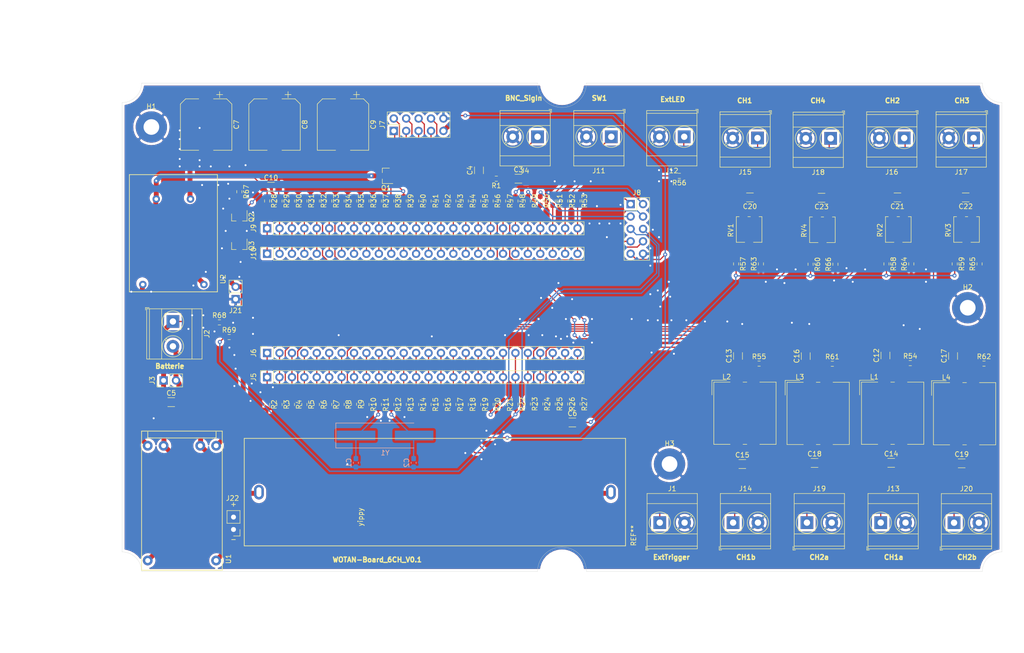
<source format=kicad_pcb>
(kicad_pcb (version 20171130) (host pcbnew "(5.1.10)-1")
  (layers (0 F.Cu signal) (31 B.Cu signal) (34 B.Paste user) (35 F.Paste user) (36 B.SilkS user) (37 F.SilkS user) (38 B.Mask user) (39 F.Mask user) (44 Edge.Cuts user))
  (net 0 "")
  (net 1 GND)
  (net 2 /XTAL1)
  (net 3 /XTAL2)
  (net 4 "Net-(C3-Pad2)")
  (net 5 /MainSig_inP)
  (net 6 /MainSig_inN)
  (net 7 /CH1a)
  (net 8 "Net-(C12-Pad1)")
  (net 9 /CH2a)
  (net 10 "Net-(C13-Pad1)")
  (net 11 "Net-(C14-Pad1)")
  (net 12 "Net-(C15-Pad1)")
  (net 13 /CH1b)
  (net 14 "Net-(C16-Pad1)")
  (net 15 /CH2b)
  (net 16 "Net-(C17-Pad1)")
  (net 17 "Net-(C18-Pad1)")
  (net 18 "Net-(C19-Pad1)")
  (net 19 /CH1)
  (net 20 "Net-(C20-Pad1)")
  (net 21 /CH2)
  (net 22 "Net-(C21-Pad1)")
  (net 23 /CH3)
  (net 24 "Net-(C22-Pad1)")
  (net 25 /CH4)
  (net 26 "Net-(C23-Pad1)")
  (net 27 /ExtTrigger)
  (net 28 /aux_sig6)
  (net 29 /aux_sig5)
  (net 30 /aux_sig4)
  (net 31 /aux_sig3)
  (net 32 /aux_sig2)
  (net 33 /aux_sig1)
  (net 34 /SW1)
  (net 35 /COM_IDAC)
  (net 36 /DCDC_CTRL)
  (net 37 /LED1)
  (net 38 "Net-(R57-Pad1)")
  (net 39 "Net-(R58-Pad1)")
  (net 40 "Net-(R59-Pad1)")
  (net 41 "Net-(R60-Pad1)")
  (net 42 "Net-(J5-Pad26)")
  (net 43 "Net-(J5-Pad25)")
  (net 44 "Net-(J5-Pad24)")
  (net 45 "Net-(J5-Pad23)")
  (net 46 "Net-(J5-Pad22)")
  (net 47 "Net-(J5-Pad21)")
  (net 48 "Net-(J5-Pad20)")
  (net 49 "Net-(J5-Pad19)")
  (net 50 "Net-(J5-Pad18)")
  (net 51 "Net-(J5-Pad17)")
  (net 52 "Net-(J5-Pad16)")
  (net 53 "Net-(J5-Pad15)")
  (net 54 "Net-(J5-Pad14)")
  (net 55 "Net-(J5-Pad13)")
  (net 56 "Net-(J5-Pad12)")
  (net 57 "Net-(J5-Pad11)")
  (net 58 "Net-(J5-Pad10)")
  (net 59 "Net-(J5-Pad9)")
  (net 60 "Net-(J5-Pad8)")
  (net 61 "Net-(J5-Pad7)")
  (net 62 "Net-(J5-Pad6)")
  (net 63 "Net-(J5-Pad5)")
  (net 64 "Net-(J5-Pad4)")
  (net 65 "Net-(J5-Pad3)")
  (net 66 "Net-(J5-Pad2)")
  (net 67 "Net-(J5-Pad1)")
  (net 68 /VDD)
  (net 69 /P12_7)
  (net 70 /P12_6)
  (net 71 /P12_5)
  (net 72 /P12_4)
  (net 73 /P12_3)
  (net 74 /P12_2)
  (net 75 "Net-(J10-Pad26)")
  (net 76 "Net-(J10-Pad25)")
  (net 77 "Net-(J10-Pad24)")
  (net 78 "Net-(J10-Pad23)")
  (net 79 "Net-(J10-Pad22)")
  (net 80 "Net-(J10-Pad21)")
  (net 81 "Net-(J10-Pad20)")
  (net 82 "Net-(J10-Pad19)")
  (net 83 "Net-(J10-Pad18)")
  (net 84 "Net-(J10-Pad17)")
  (net 85 "Net-(J10-Pad16)")
  (net 86 "Net-(J10-Pad15)")
  (net 87 "Net-(J10-Pad14)")
  (net 88 "Net-(J10-Pad13)")
  (net 89 "Net-(J10-Pad12)")
  (net 90 "Net-(J10-Pad11)")
  (net 91 "Net-(J10-Pad10)")
  (net 92 "Net-(J10-Pad9)")
  (net 93 "Net-(J10-Pad8)")
  (net 94 "Net-(J10-Pad7)")
  (net 95 "Net-(J10-Pad6)")
  (net 96 "Net-(J10-Pad5)")
  (net 97 "Net-(J10-Pad4)")
  (net 98 "Net-(J10-Pad3)")
  (net 99 "Net-(J10-Pad2)")
  (net 100 "Net-(J10-Pad1)")
  (net 101 "Net-(J12-Pad1)")
  (net 102 +BATT)
  (net 103 /DCDC_ONOFF)
  (net 104 /-BATT)
  (net 105 "Net-(Q2-Pad3)")
  (net 106 /PWR_EN)
  (net 107 /ChargeOut-)
  (net 108 /ChargeOut+)
  (module mouseLib_v1:BatteryholderLiPo (layer F.Cu) (at 119 118.75 90)
    (fp_text reference REF** (at -8.89 40.64 90) (layer F.SilkS))
    (fp_text value BatteryholderLiPo)
    (fp_text user yippy (at -5.08 -15.24 90) (layer F.SilkS))
    (pad 2 thru_hole oval (at 0 -36 90) (size 3 2) (drill oval 2 1) (layers *.Cu *.Mask))
    (pad 1 thru_hole oval (at 0 36 90) (size 3 2) (drill oval 2 1) (layers *.Cu *.Mask))
  )
  (module mouseLib_v1:UpStep3Vto5V (layer F.Cu) (at 65.5 66.25 90)
    (fp_text reference U2 (at -8.89 10.16 90) (layer F.SilkS))
    (fp_text value UpStep_3Vto5V)
    (pad 3 thru_hole circle (at 7.5 -3.5 180) (size 1.524 1.524) (drill 0.762) (layers *.Cu *.Mask) (net 103 /DCDC_ONOFF))
    (pad 4 thru_hole circle (at 7.5 3.5 90) (size 1.524 1.524) (drill 0.762) (layers *.Cu *.Mask) (net 68 /VDD))
    (pad 2 thru_hole circle (at -10 6.25 90) (size 1.524 1.524) (drill 0.762) (layers *.Cu *.Mask) (net 103 /DCDC_ONOFF))
    (pad 1 thru_hole circle (at -10 -6.25 90) (size 1.524 1.524) (drill 0.762) (layers *.Cu *.Mask) (net 108 /ChargeOut+))
  )
  (module mouseLib_v1:LiPo_Charger (layer F.Cu) (at 67.25 121 90)
    (fp_text reference U1 (at -11.43 9.525 90) (layer F.SilkS))
    (fp_text value LiPo_Charger)
    (pad 6 thru_hole circle (at -11.75 7 180) (size 2 2) (drill 1) (layers *.Cu *.Mask))
    (pad 5 thru_hole circle (at -11.75 -7 180) (size 2 2) (drill 1) (layers *.Cu *.Mask))
    (pad 4 thru_hole circle (at 11.75 7 180) (size 2 2) (drill 1) (layers *.Cu *.Mask) (net 107 /ChargeOut-))
    (pad 3 thru_hole circle (at 11.75 3.75 180) (size 2 2) (drill 1) (layers *.Cu *.Mask) (net 104 /-BATT))
    (pad 2 thru_hole circle (at 11.75 -3.75 180) (size 2 2) (drill 1) (layers *.Cu *.Mask) (net 102 +BATT))
    (pad 1 thru_hole circle (at 11.75 -7 180) (size 2 2) (drill 1) (layers *.Cu *.Mask) (net 108 /ChargeOut+))
  )
  (module Connector_PinHeader_2.54mm:PinHeader_1x02_P2.54mm_Vertical (layer F.Cu) (at 77.8 126.4 180)
    (fp_text reference J22 (at 0.2 6.4 180) (layer F.SilkS))
    (fp_text value Conn_01x02_Male)
    (pad 2 thru_hole oval (at 0 2.54 180) (size 1.7 1.7) (drill 1) (layers *.Cu *.Mask))
    (pad 1 thru_hole rect (at 0 0 180) (size 1.7 1.7) (drill 1) (layers *.Cu *.Mask))
  )
  (module Resistor_SMD:R_0603_1608Metric_Pad0.98x0.95mm_HandSolder (layer F.Cu) (at 148.177 59.151 270)
    (fp_text reference R53 (at 0 -1.43 90) (layer F.SilkS))
    (fp_text value 0)
    (pad 2 smd roundrect (at 0.9125 0 270) (size 0.975 0.95) (layers F.Cu F.Paste F.Mask) (net 75 "Net-(J10-Pad26)"))
    (pad 1 smd roundrect (at -0.9125 0 270) (size 0.975 0.95) (layers F.Cu F.Paste F.Mask) (net 33 /aux_sig1))
  )
  (module Resistor_SMD:R_0603_1608Metric_Pad0.98x0.95mm_HandSolder (layer F.Cu) (at 145.637 59.151 270)
    (fp_text reference R52 (at 0 -1.43 90) (layer F.SilkS))
    (fp_text value 0)
    (pad 2 smd roundrect (at 0.9125 0 270) (size 0.975 0.95) (layers F.Cu F.Paste F.Mask) (net 76 "Net-(J10-Pad25)"))
    (pad 1 smd roundrect (at -0.9125 0 270) (size 0.975 0.95) (layers F.Cu F.Paste F.Mask) (net 37 /LED1))
  )
  (module Resistor_SMD:R_0603_1608Metric_Pad0.98x0.95mm_HandSolder (layer F.Cu) (at 143.097 59.151 270)
    (fp_text reference R51 (at 0 -1.43 90) (layer F.SilkS))
    (fp_text value 0)
    (pad 2 smd roundrect (at 0.9125 0 270) (size 0.975 0.95) (layers F.Cu F.Paste F.Mask) (net 77 "Net-(J10-Pad24)"))
    (pad 1 smd roundrect (at -0.9125 0 270) (size 0.975 0.95) (layers F.Cu F.Paste F.Mask) (net 34 /SW1))
  )
  (module Resistor_SMD:R_0603_1608Metric_Pad0.98x0.95mm_HandSolder (layer F.Cu) (at 140.557 59.151 270)
    (fp_text reference R50 (at 0 -1.43 90) (layer F.SilkS))
    (fp_text value 0)
    (pad 2 smd roundrect (at 0.9125 0 270) (size 0.975 0.95) (layers F.Cu F.Paste F.Mask) (net 78 "Net-(J10-Pad23)"))
    (pad 1 smd roundrect (at -0.9125 0 270) (size 0.975 0.95) (layers F.Cu F.Paste F.Mask) (net 30 /aux_sig4))
  )
  (module Resistor_SMD:R_0603_1608Metric_Pad0.98x0.95mm_HandSolder (layer F.Cu) (at 138.017 59.151 270)
    (fp_text reference R49 (at 0 -1.43 90) (layer F.SilkS))
    (fp_text value 0)
    (pad 2 smd roundrect (at 0.9125 0 270) (size 0.975 0.95) (layers F.Cu F.Paste F.Mask) (net 79 "Net-(J10-Pad22)"))
    (pad 1 smd roundrect (at -0.9125 0 270) (size 0.975 0.95) (layers F.Cu F.Paste F.Mask) (net 31 /aux_sig3))
  )
  (module Resistor_SMD:R_0603_1608Metric_Pad0.98x0.95mm_HandSolder (layer F.Cu) (at 135.477 59.151 270)
    (fp_text reference R48 (at 0 -1.43 90) (layer F.SilkS))
    (fp_text value 0)
    (pad 2 smd roundrect (at 0.9125 0 270) (size 0.975 0.95) (layers F.Cu F.Paste F.Mask) (net 80 "Net-(J10-Pad21)"))
    (pad 1 smd roundrect (at -0.9125 0 270) (size 0.975 0.95) (layers F.Cu F.Paste F.Mask) (net 32 /aux_sig2))
  )
  (module Resistor_SMD:R_0603_1608Metric_Pad0.98x0.95mm_HandSolder (layer F.Cu) (at 132.937 59.151 270)
    (fp_text reference R47 (at 0 -1.43 90) (layer F.SilkS))
    (fp_text value 0)
    (pad 2 smd roundrect (at 0.9125 0 270) (size 0.975 0.95) (layers F.Cu F.Paste F.Mask) (net 81 "Net-(J10-Pad20)"))
    (pad 1 smd roundrect (at -0.9125 0 270) (size 0.975 0.95) (layers F.Cu F.Paste F.Mask) (net 5 /MainSig_inP))
  )
  (module Resistor_SMD:R_0603_1608Metric_Pad0.98x0.95mm_HandSolder (layer F.Cu) (at 130.397 59.151 270)
    (fp_text reference R46 (at 0 -1.43 90) (layer F.SilkS))
    (fp_text value 0)
    (pad 2 smd roundrect (at 0.9125 0 270) (size 0.975 0.95) (layers F.Cu F.Paste F.Mask) (net 82 "Net-(J10-Pad19)"))
    (pad 1 smd roundrect (at -0.9125 0 270) (size 0.975 0.95) (layers F.Cu F.Paste F.Mask) (net 6 /MainSig_inN))
  )
  (module Resistor_SMD:R_0603_1608Metric_Pad0.98x0.95mm_HandSolder (layer F.Cu) (at 127.857 59.151 270)
    (fp_text reference R45 (at 0 -1.43 90) (layer F.SilkS))
    (fp_text value 0)
    (pad 2 smd roundrect (at 0.9125 0 270) (size 0.975 0.95) (layers F.Cu F.Paste F.Mask) (net 83 "Net-(J10-Pad18)"))
    (pad 1 smd roundrect (at -0.9125 0 270) (size 0.975 0.95) (layers F.Cu F.Paste F.Mask) (net 69 /P12_7))
  )
  (module Resistor_SMD:R_0603_1608Metric_Pad0.98x0.95mm_HandSolder (layer F.Cu) (at 125.317 59.151 270)
    (fp_text reference R44 (at 0 -1.43 90) (layer F.SilkS))
    (fp_text value 0)
    (pad 2 smd roundrect (at 0.9125 0 270) (size 0.975 0.95) (layers F.Cu F.Paste F.Mask) (net 84 "Net-(J10-Pad17)"))
    (pad 1 smd roundrect (at -0.9125 0 270) (size 0.975 0.95) (layers F.Cu F.Paste F.Mask) (net 70 /P12_6))
  )
  (module Resistor_SMD:R_0603_1608Metric_Pad0.98x0.95mm_HandSolder (layer F.Cu) (at 122.777 59.151 270)
    (fp_text reference R43 (at 0 -1.43 90) (layer F.SilkS))
    (fp_text value 0)
    (pad 2 smd roundrect (at 0.9125 0 270) (size 0.975 0.95) (layers F.Cu F.Paste F.Mask) (net 85 "Net-(J10-Pad16)"))
    (pad 1 smd roundrect (at -0.9125 0 270) (size 0.975 0.95) (layers F.Cu F.Paste F.Mask) (net 71 /P12_5))
  )
  (module Resistor_SMD:R_0603_1608Metric_Pad0.98x0.95mm_HandSolder (layer F.Cu) (at 120.237 59.151 270)
    (fp_text reference R42 (at 0 -1.43 90) (layer F.SilkS))
    (fp_text value 0)
    (pad 2 smd roundrect (at 0.9125 0 270) (size 0.975 0.95) (layers F.Cu F.Paste F.Mask) (net 86 "Net-(J10-Pad15)"))
    (pad 1 smd roundrect (at -0.9125 0 270) (size 0.975 0.95) (layers F.Cu F.Paste F.Mask) (net 72 /P12_4))
  )
  (module Resistor_SMD:R_0603_1608Metric_Pad0.98x0.95mm_HandSolder (layer F.Cu) (at 117.697 59.151 270)
    (fp_text reference R41 (at 0 -1.43 90) (layer F.SilkS))
    (fp_text value 0)
    (pad 2 smd roundrect (at 0.9125 0 270) (size 0.975 0.95) (layers F.Cu F.Paste F.Mask) (net 87 "Net-(J10-Pad14)"))
    (pad 1 smd roundrect (at -0.9125 0 270) (size 0.975 0.95) (layers F.Cu F.Paste F.Mask) (net 73 /P12_3))
  )
  (module Resistor_SMD:R_0603_1608Metric_Pad0.98x0.95mm_HandSolder (layer F.Cu) (at 115.157 59.151 270)
    (fp_text reference R40 (at 0 -1.43 90) (layer F.SilkS))
    (fp_text value 0)
    (pad 2 smd roundrect (at 0.9125 0 270) (size 0.975 0.95) (layers F.Cu F.Paste F.Mask) (net 88 "Net-(J10-Pad13)"))
    (pad 1 smd roundrect (at -0.9125 0 270) (size 0.975 0.95) (layers F.Cu F.Paste F.Mask) (net 74 /P12_2))
  )
  (module Resistor_SMD:R_0603_1608Metric_Pad0.98x0.95mm_HandSolder (layer F.Cu) (at 112.617 59.151 270)
    (fp_text reference R39 (at 0 -1.43 90) (layer F.SilkS))
    (fp_text value 0)
    (pad 2 smd roundrect (at 0.9125 0 270) (size 0.975 0.95) (layers F.Cu F.Paste F.Mask) (net 89 "Net-(J10-Pad12)"))
    (pad 1 smd roundrect (at -0.9125 0 270) (size 0.975 0.95) (layers F.Cu F.Paste F.Mask) (net 106 /PWR_EN))
  )
  (module Resistor_SMD:R_0603_1608Metric_Pad0.98x0.95mm_HandSolder (layer F.Cu) (at 110.077 59.151 270)
    (fp_text reference R38 (at 0 -1.43 90) (layer F.SilkS))
    (fp_text value 0)
    (pad 2 smd roundrect (at 0.9125 0 270) (size 0.975 0.95) (layers F.Cu F.Paste F.Mask) (net 90 "Net-(J10-Pad11)"))
    (pad 1 smd roundrect (at -0.9125 0 270) (size 0.975 0.95) (layers F.Cu F.Paste F.Mask) (net 36 /DCDC_CTRL))
  )
  (module Resistor_SMD:R_0603_1608Metric_Pad0.98x0.95mm_HandSolder (layer F.Cu) (at 107.537 59.151 270)
    (fp_text reference R37 (at 0 -1.43 90) (layer F.SilkS))
    (fp_text value 0)
    (pad 2 smd roundrect (at 0.9125 0 270) (size 0.975 0.95) (layers F.Cu F.Paste F.Mask) (net 91 "Net-(J10-Pad10)"))
    (pad 1 smd roundrect (at -0.9125 0 270) (size 0.975 0.95) (layers F.Cu F.Paste F.Mask))
  )
  (module Resistor_SMD:R_0603_1608Metric_Pad0.98x0.95mm_HandSolder (layer F.Cu) (at 104.997 59.151 270)
    (fp_text reference R36 (at 0 -1.43 90) (layer F.SilkS))
    (fp_text value 0)
    (pad 2 smd roundrect (at 0.9125 0 270) (size 0.975 0.95) (layers F.Cu F.Paste F.Mask) (net 92 "Net-(J10-Pad9)"))
    (pad 1 smd roundrect (at -0.9125 0 270) (size 0.975 0.95) (layers F.Cu F.Paste F.Mask))
  )
  (module Resistor_SMD:R_0603_1608Metric_Pad0.98x0.95mm_HandSolder (layer F.Cu) (at 102.457 59.151 270)
    (fp_text reference R35 (at 0 -1.43 90) (layer F.SilkS))
    (fp_text value 0)
    (pad 2 smd roundrect (at 0.9125 0 270) (size 0.975 0.95) (layers F.Cu F.Paste F.Mask) (net 93 "Net-(J10-Pad8)"))
    (pad 1 smd roundrect (at -0.9125 0 270) (size 0.975 0.95) (layers F.Cu F.Paste F.Mask))
  )
  (module Resistor_SMD:R_0603_1608Metric_Pad0.98x0.95mm_HandSolder (layer F.Cu) (at 99.917 59.151 270)
    (fp_text reference R34 (at 0 -1.43 90) (layer F.SilkS))
    (fp_text value 0)
    (pad 2 smd roundrect (at 0.9125 0 270) (size 0.975 0.95) (layers F.Cu F.Paste F.Mask) (net 94 "Net-(J10-Pad7)"))
    (pad 1 smd roundrect (at -0.9125 0 270) (size 0.975 0.95) (layers F.Cu F.Paste F.Mask))
  )
  (module Resistor_SMD:R_0603_1608Metric_Pad0.98x0.95mm_HandSolder (layer F.Cu) (at 97.377 59.151 270)
    (fp_text reference R33 (at 0 -1.43 90) (layer F.SilkS))
    (fp_text value 0)
    (pad 2 smd roundrect (at 0.9125 0 270) (size 0.975 0.95) (layers F.Cu F.Paste F.Mask) (net 95 "Net-(J10-Pad6)"))
    (pad 1 smd roundrect (at -0.9125 0 270) (size 0.975 0.95) (layers F.Cu F.Paste F.Mask) (net 15 /CH2b))
  )
  (module Resistor_SMD:R_0603_1608Metric_Pad0.98x0.95mm_HandSolder (layer F.Cu) (at 94.837 59.151 270)
    (fp_text reference R32 (at 0 -1.43 90) (layer F.SilkS))
    (fp_text value 0)
    (pad 2 smd roundrect (at 0.9125 0 270) (size 0.975 0.95) (layers F.Cu F.Paste F.Mask) (net 96 "Net-(J10-Pad5)"))
    (pad 1 smd roundrect (at -0.9125 0 270) (size 0.975 0.95) (layers F.Cu F.Paste F.Mask) (net 7 /CH1a))
  )
  (module Resistor_SMD:R_0603_1608Metric_Pad0.98x0.95mm_HandSolder (layer F.Cu) (at 92.297 59.151 270)
    (fp_text reference R31 (at 0 -1.43 90) (layer F.SilkS))
    (fp_text value 0)
    (pad 2 smd roundrect (at 0.9125 0 270) (size 0.975 0.95) (layers F.Cu F.Paste F.Mask) (net 97 "Net-(J10-Pad4)"))
    (pad 1 smd roundrect (at -0.9125 0 270) (size 0.975 0.95) (layers F.Cu F.Paste F.Mask))
  )
  (module Resistor_SMD:R_0603_1608Metric_Pad0.98x0.95mm_HandSolder (layer F.Cu) (at 89.757 59.151 270)
    (fp_text reference R30 (at 0 -1.43 90) (layer F.SilkS))
    (fp_text value 0)
    (pad 2 smd roundrect (at 0.9125 0 270) (size 0.975 0.95) (layers F.Cu F.Paste F.Mask) (net 98 "Net-(J10-Pad3)"))
    (pad 1 smd roundrect (at -0.9125 0 270) (size 0.975 0.95) (layers F.Cu F.Paste F.Mask))
  )
  (module Resistor_SMD:R_0603_1608Metric_Pad0.98x0.95mm_HandSolder (layer F.Cu) (at 87.217 59.151 270)
    (fp_text reference R29 (at 0 -1.43 90) (layer F.SilkS))
    (fp_text value 0)
    (pad 2 smd roundrect (at 0.9125 0 270) (size 0.975 0.95) (layers F.Cu F.Paste F.Mask) (net 99 "Net-(J10-Pad2)"))
    (pad 1 smd roundrect (at -0.9125 0 270) (size 0.975 0.95) (layers F.Cu F.Paste F.Mask) (net 1 GND))
  )
  (module Resistor_SMD:R_0603_1608Metric_Pad0.98x0.95mm_HandSolder (layer F.Cu) (at 84.677 59.151 270)
    (fp_text reference R28 (at 0 -1.43 90) (layer F.SilkS))
    (fp_text value 0)
    (pad 2 smd roundrect (at 0.9125 0 270) (size 0.975 0.95) (layers F.Cu F.Paste F.Mask) (net 100 "Net-(J10-Pad1)"))
    (pad 1 smd roundrect (at -0.9125 0 270) (size 0.975 0.95) (layers F.Cu F.Paste F.Mask) (net 68 /VDD))
  )
  (module Resistor_SMD:R_0603_1608Metric_Pad0.98x0.95mm_HandSolder (layer F.Cu) (at 148.177 100.7065 270)
    (fp_text reference R27 (at 0 -1.43 90) (layer F.SilkS))
    (fp_text value 0)
    (pad 2 smd roundrect (at 0.9125 0 270) (size 0.975 0.95) (layers F.Cu F.Paste F.Mask) (net 68 /VDD))
    (pad 1 smd roundrect (at -0.9125 0 270) (size 0.975 0.95) (layers F.Cu F.Paste F.Mask) (net 42 "Net-(J5-Pad26)"))
  )
  (module Resistor_SMD:R_0603_1608Metric_Pad0.98x0.95mm_HandSolder (layer F.Cu) (at 145.637 100.7065 270)
    (fp_text reference R26 (at 0 -1.43 90) (layer F.SilkS))
    (fp_text value 0)
    (pad 2 smd roundrect (at 0.9125 0 270) (size 0.975 0.95) (layers F.Cu F.Paste F.Mask) (net 1 GND))
    (pad 1 smd roundrect (at -0.9125 0 270) (size 0.975 0.95) (layers F.Cu F.Paste F.Mask) (net 43 "Net-(J5-Pad25)"))
  )
  (module Resistor_SMD:R_0603_1608Metric_Pad0.98x0.95mm_HandSolder (layer F.Cu) (at 143.097 100.7065 270)
    (fp_text reference R25 (at 0 -1.43 90) (layer F.SilkS))
    (fp_text value 0)
    (pad 2 smd roundrect (at 0.9125 0 270) (size 0.975 0.95) (layers F.Cu F.Paste F.Mask))
    (pad 1 smd roundrect (at -0.9125 0 270) (size 0.975 0.95) (layers F.Cu F.Paste F.Mask) (net 44 "Net-(J5-Pad24)"))
  )
  (module Resistor_SMD:R_0603_1608Metric_Pad0.98x0.95mm_HandSolder (layer F.Cu) (at 140.557 100.7065 270)
    (fp_text reference R24 (at 0 -1.43 90) (layer F.SilkS))
    (fp_text value 0)
    (pad 2 smd roundrect (at 0.9125 0 270) (size 0.975 0.95) (layers F.Cu F.Paste F.Mask) (net 13 /CH1b))
    (pad 1 smd roundrect (at -0.9125 0 270) (size 0.975 0.95) (layers F.Cu F.Paste F.Mask) (net 45 "Net-(J5-Pad23)"))
  )
  (module Resistor_SMD:R_0603_1608Metric_Pad0.98x0.95mm_HandSolder (layer F.Cu) (at 138.017 100.7065 270)
    (fp_text reference R23 (at 0 -1.43 90) (layer F.SilkS))
    (fp_text value 0)
    (pad 2 smd roundrect (at 0.9125 0 270) (size 0.975 0.95) (layers F.Cu F.Paste F.Mask) (net 23 /CH3))
    (pad 1 smd roundrect (at -0.9125 0 270) (size 0.975 0.95) (layers F.Cu F.Paste F.Mask) (net 46 "Net-(J5-Pad22)"))
  )
  (module Resistor_SMD:R_0603_1608Metric_Pad0.98x0.95mm_HandSolder (layer F.Cu) (at 135.477 100.754 270)
    (fp_text reference R22 (at 0 -1.43 90) (layer F.SilkS))
    (fp_text value 0)
    (pad 2 smd roundrect (at 0.9125 0 270) (size 0.975 0.95) (layers F.Cu F.Paste F.Mask) (net 28 /aux_sig6))
    (pad 1 smd roundrect (at -0.9125 0 270) (size 0.975 0.95) (layers F.Cu F.Paste F.Mask) (net 47 "Net-(J5-Pad21)"))
  )
  (module Resistor_SMD:R_0603_1608Metric_Pad0.98x0.95mm_HandSolder (layer F.Cu) (at 132.937 100.807 270)
    (fp_text reference R21 (at 0 -1.43 90) (layer F.SilkS))
    (fp_text value 0)
    (pad 2 smd roundrect (at 0.9125 0 270) (size 0.975 0.95) (layers F.Cu F.Paste F.Mask))
    (pad 1 smd roundrect (at -0.9125 0 270) (size 0.975 0.95) (layers F.Cu F.Paste F.Mask) (net 48 "Net-(J5-Pad20)"))
  )
  (module Resistor_SMD:R_0603_1608Metric_Pad0.98x0.95mm_HandSolder (layer F.Cu) (at 130.397 100.807 270)
    (fp_text reference R20 (at 0 -1.43 90) (layer F.SilkS))
    (fp_text value 0)
    (pad 2 smd roundrect (at 0.9125 0 270) (size 0.975 0.95) (layers F.Cu F.Paste F.Mask) (net 29 /aux_sig5))
    (pad 1 smd roundrect (at -0.9125 0 270) (size 0.975 0.95) (layers F.Cu F.Paste F.Mask) (net 49 "Net-(J5-Pad19)"))
  )
  (module Resistor_SMD:R_0603_1608Metric_Pad0.98x0.95mm_HandSolder (layer F.Cu) (at 127.857 100.807 270)
    (fp_text reference R19 (at 0 -1.43 90) (layer F.SilkS))
    (fp_text value 0)
    (pad 2 smd roundrect (at 0.9125 0 270) (size 0.975 0.95) (layers F.Cu F.Paste F.Mask))
    (pad 1 smd roundrect (at -0.9125 0 270) (size 0.975 0.95) (layers F.Cu F.Paste F.Mask) (net 50 "Net-(J5-Pad18)"))
  )
  (module Resistor_SMD:R_0603_1608Metric_Pad0.98x0.95mm_HandSolder (layer F.Cu) (at 125.317 100.807 270)
    (fp_text reference R18 (at 0 -1.43 90) (layer F.SilkS))
    (fp_text value 0)
    (pad 2 smd roundrect (at 0.9125 0 270) (size 0.975 0.95) (layers F.Cu F.Paste F.Mask))
    (pad 1 smd roundrect (at -0.9125 0 270) (size 0.975 0.95) (layers F.Cu F.Paste F.Mask) (net 51 "Net-(J5-Pad17)"))
  )
  (module Resistor_SMD:R_0603_1608Metric_Pad0.98x0.95mm_HandSolder (layer F.Cu) (at 122.777 100.807 270)
    (fp_text reference R17 (at 0 -1.43 90) (layer F.SilkS))
    (fp_text value 0)
    (pad 2 smd roundrect (at 0.9125 0 270) (size 0.975 0.95) (layers F.Cu F.Paste F.Mask) (net 35 /COM_IDAC))
    (pad 1 smd roundrect (at -0.9125 0 270) (size 0.975 0.95) (layers F.Cu F.Paste F.Mask) (net 52 "Net-(J5-Pad16)"))
  )
  (module Resistor_SMD:R_0603_1608Metric_Pad0.98x0.95mm_HandSolder (layer F.Cu) (at 120.237 100.807 270)
    (fp_text reference R16 (at 0 -1.43 90) (layer F.SilkS))
    (fp_text value 0)
    (pad 2 smd roundrect (at 0.9125 0 270) (size 0.975 0.95) (layers F.Cu F.Paste F.Mask) (net 27 /ExtTrigger))
    (pad 1 smd roundrect (at -0.9125 0 270) (size 0.975 0.95) (layers F.Cu F.Paste F.Mask) (net 53 "Net-(J5-Pad15)"))
  )
  (module Resistor_SMD:R_0603_1608Metric_Pad0.98x0.95mm_HandSolder (layer F.Cu) (at 117.697 100.807 270)
    (fp_text reference R15 (at 0 -1.43 90) (layer F.SilkS))
    (fp_text value 0)
    (pad 2 smd roundrect (at 0.9125 0 270) (size 0.975 0.95) (layers F.Cu F.Paste F.Mask) (net 9 /CH2a))
    (pad 1 smd roundrect (at -0.9125 0 270) (size 0.975 0.95) (layers F.Cu F.Paste F.Mask) (net 54 "Net-(J5-Pad14)"))
  )
  (module Resistor_SMD:R_0603_1608Metric_Pad0.98x0.95mm_HandSolder (layer F.Cu) (at 115.157 100.807 270)
    (fp_text reference R14 (at 0 -1.43 90) (layer F.SilkS))
    (fp_text value 0)
    (pad 2 smd roundrect (at 0.9125 0 270) (size 0.975 0.95) (layers F.Cu F.Paste F.Mask))
    (pad 1 smd roundrect (at -0.9125 0 270) (size 0.975 0.95) (layers F.Cu F.Paste F.Mask) (net 55 "Net-(J5-Pad13)"))
  )
  (module Resistor_SMD:R_0603_1608Metric_Pad0.98x0.95mm_HandSolder (layer F.Cu) (at 112.617 100.807 270)
    (fp_text reference R13 (at 0 -1.43 90) (layer F.SilkS))
    (fp_text value 0)
    (pad 2 smd roundrect (at 0.9125 0 270) (size 0.975 0.95) (layers F.Cu F.Paste F.Mask))
    (pad 1 smd roundrect (at -0.9125 0 270) (size 0.975 0.95) (layers F.Cu F.Paste F.Mask) (net 56 "Net-(J5-Pad12)"))
  )
  (module Resistor_SMD:R_0603_1608Metric_Pad0.98x0.95mm_HandSolder (layer F.Cu) (at 110.077 100.807 270)
    (fp_text reference R12 (at 0 -1.43 90) (layer F.SilkS))
    (fp_text value 0)
    (pad 2 smd roundrect (at 0.9125 0 270) (size 0.975 0.95) (layers F.Cu F.Paste F.Mask) (net 3 /XTAL2))
    (pad 1 smd roundrect (at -0.9125 0 270) (size 0.975 0.95) (layers F.Cu F.Paste F.Mask) (net 57 "Net-(J5-Pad11)"))
  )
  (module Resistor_SMD:R_0603_1608Metric_Pad0.98x0.95mm_HandSolder (layer F.Cu) (at 107.537 100.807 270)
    (fp_text reference R11 (at 0 -1.43 90) (layer F.SilkS))
    (fp_text value 0)
    (pad 2 smd roundrect (at 0.9125 0 270) (size 0.975 0.95) (layers F.Cu F.Paste F.Mask) (net 2 /XTAL1))
    (pad 1 smd roundrect (at -0.9125 0 270) (size 0.975 0.95) (layers F.Cu F.Paste F.Mask) (net 58 "Net-(J5-Pad10)"))
  )
  (module Resistor_SMD:R_0603_1608Metric_Pad0.98x0.95mm_HandSolder (layer F.Cu) (at 104.997 100.807 270)
    (fp_text reference R10 (at 0 -1.43 90) (layer F.SilkS))
    (fp_text value 0)
    (pad 2 smd roundrect (at 0.9125 0 270) (size 0.975 0.95) (layers F.Cu F.Paste F.Mask))
    (pad 1 smd roundrect (at -0.9125 0 270) (size 0.975 0.95) (layers F.Cu F.Paste F.Mask) (net 59 "Net-(J5-Pad9)"))
  )
  (module Resistor_SMD:R_0603_1608Metric_Pad0.98x0.95mm_HandSolder (layer F.Cu) (at 102.457 100.754 270)
    (fp_text reference R9 (at 0 -1.43 90) (layer F.SilkS))
    (fp_text value 0)
    (pad 2 smd roundrect (at 0.9125 0 270) (size 0.975 0.95) (layers F.Cu F.Paste F.Mask))
    (pad 1 smd roundrect (at -0.9125 0 270) (size 0.975 0.95) (layers F.Cu F.Paste F.Mask) (net 60 "Net-(J5-Pad8)"))
  )
  (module Resistor_SMD:R_0603_1608Metric_Pad0.98x0.95mm_HandSolder (layer F.Cu) (at 99.917 100.807 270)
    (fp_text reference R8 (at 0 -1.43 90) (layer F.SilkS))
    (fp_text value 0)
    (pad 2 smd roundrect (at 0.9125 0 270) (size 0.975 0.95) (layers F.Cu F.Paste F.Mask) (net 21 /CH2))
    (pad 1 smd roundrect (at -0.9125 0 270) (size 0.975 0.95) (layers F.Cu F.Paste F.Mask) (net 61 "Net-(J5-Pad7)"))
  )
  (module Resistor_SMD:R_0603_1608Metric_Pad0.98x0.95mm_HandSolder (layer F.Cu) (at 97.377 100.807 270)
    (fp_text reference R7 (at 0 -1.43 90) (layer F.SilkS))
    (fp_text value 0)
    (pad 2 smd roundrect (at 0.9125 0 270) (size 0.975 0.95) (layers F.Cu F.Paste F.Mask))
    (pad 1 smd roundrect (at -0.9125 0 270) (size 0.975 0.95) (layers F.Cu F.Paste F.Mask) (net 62 "Net-(J5-Pad6)"))
  )
  (module Resistor_SMD:R_0603_1608Metric_Pad0.98x0.95mm_HandSolder (layer F.Cu) (at 94.837 100.807 270)
    (fp_text reference R6 (at 0 -1.43 90) (layer F.SilkS))
    (fp_text value 0)
    (pad 2 smd roundrect (at 0.9125 0 270) (size 0.975 0.95) (layers F.Cu F.Paste F.Mask))
    (pad 1 smd roundrect (at -0.9125 0 270) (size 0.975 0.95) (layers F.Cu F.Paste F.Mask) (net 63 "Net-(J5-Pad5)"))
  )
  (module Resistor_SMD:R_0603_1608Metric_Pad0.98x0.95mm_HandSolder (layer F.Cu) (at 92.297 100.807 270)
    (fp_text reference R5 (at 0 -1.43 90) (layer F.SilkS))
    (fp_text value 0)
    (pad 2 smd roundrect (at 0.9125 0 270) (size 0.975 0.95) (layers F.Cu F.Paste F.Mask))
    (pad 1 smd roundrect (at -0.9125 0 270) (size 0.975 0.95) (layers F.Cu F.Paste F.Mask) (net 64 "Net-(J5-Pad4)"))
  )
  (module Resistor_SMD:R_0603_1608Metric_Pad0.98x0.95mm_HandSolder (layer F.Cu) (at 89.757 100.807 270)
    (fp_text reference R4 (at 0 -1.43 90) (layer F.SilkS))
    (fp_text value 0)
    (pad 2 smd roundrect (at 0.9125 0 270) (size 0.975 0.95) (layers F.Cu F.Paste F.Mask) (net 25 /CH4))
    (pad 1 smd roundrect (at -0.9125 0 270) (size 0.975 0.95) (layers F.Cu F.Paste F.Mask) (net 65 "Net-(J5-Pad3)"))
  )
  (module Resistor_SMD:R_0603_1608Metric_Pad0.98x0.95mm_HandSolder (layer F.Cu) (at 87.217 100.807 270)
    (fp_text reference R3 (at 0 -1.43 90) (layer F.SilkS))
    (fp_text value 0)
    (pad 2 smd roundrect (at 0.9125 0 270) (size 0.975 0.95) (layers F.Cu F.Paste F.Mask) (net 19 /CH1))
    (pad 1 smd roundrect (at -0.9125 0 270) (size 0.975 0.95) (layers F.Cu F.Paste F.Mask) (net 66 "Net-(J5-Pad2)"))
  )
  (module Resistor_SMD:R_0603_1608Metric_Pad0.98x0.95mm_HandSolder (layer F.Cu) (at 84.677 100.807 270)
    (fp_text reference R2 (at 0 -1.43 90) (layer F.SilkS))
    (fp_text value 0)
    (pad 2 smd roundrect (at 0.9125 0 270) (size 0.975 0.95) (layers F.Cu F.Paste F.Mask) (net 1 GND))
    (pad 1 smd roundrect (at -0.9125 0 270) (size 0.975 0.95) (layers F.Cu F.Paste F.Mask) (net 67 "Net-(J5-Pad1)"))
  )
  (module Capacitor_SMD:CP_Elec_10x10 (layer F.Cu) (at 100.2 43.5 270)
    (fp_text reference C9 (at 0 -6.2 90) (layer F.SilkS))
    (fp_text value 1500u)
    (pad 2 smd roundrect (at 4 0 270) (size 4 2.5) (layers F.Cu F.Paste F.Mask) (roundrect_rratio 0.1) (net 1 GND))
    (pad 1 smd roundrect (at -4 0 270) (size 4 2.5) (layers F.Cu F.Paste F.Mask) (roundrect_rratio 0.1) (net 68 /VDD))
  )
  (module Connector_PinHeader_2.54mm:PinHeader_2x05_P2.54mm_Vertical (layer F.Cu) (at 110.585 44.8 90)
    (fp_text reference J7 (at 1.27 -2.33 90) (layer F.SilkS))
    (fp_text value Conn_02x05_Odd_Even)
    (pad 10 thru_hole oval (at 2.54 10.16 90) (size 1.7 1.7) (drill 1) (layers *.Cu *.Mask) (net 1 GND))
    (pad 9 thru_hole oval (at 0 10.16 90) (size 1.7 1.7) (drill 1) (layers *.Cu *.Mask) (net 68 /VDD))
    (pad 8 thru_hole oval (at 2.54 7.62 90) (size 1.7 1.7) (drill 1) (layers *.Cu *.Mask) (net 69 /P12_7))
    (pad 7 thru_hole oval (at 0 7.62 90) (size 1.7 1.7) (drill 1) (layers *.Cu *.Mask) (net 70 /P12_6))
    (pad 6 thru_hole oval (at 2.54 5.08 90) (size 1.7 1.7) (drill 1) (layers *.Cu *.Mask) (net 71 /P12_5))
    (pad 5 thru_hole oval (at 0 5.08 90) (size 1.7 1.7) (drill 1) (layers *.Cu *.Mask) (net 72 /P12_4))
    (pad 4 thru_hole oval (at 2.54 2.54 90) (size 1.7 1.7) (drill 1) (layers *.Cu *.Mask) (net 73 /P12_3))
    (pad 3 thru_hole oval (at 0 2.54 90) (size 1.7 1.7) (drill 1) (layers *.Cu *.Mask) (net 74 /P12_2))
    (pad 2 thru_hole oval (at 2.54 0 90) (size 1.7 1.7) (drill 1) (layers *.Cu *.Mask) (net 106 /PWR_EN))
    (pad 1 thru_hole rect (at 0 0 90) (size 1.7 1.7) (drill 1) (layers *.Cu *.Mask) (net 36 /DCDC_CTRL))
  )
  (module TerminalBlock_Phoenix:TerminalBlock_Phoenix_MKDS-3-2-5.08_1x02_P5.08mm_Horizontal (layer F.Cu) (at 65.405 83.82 270)
    (fp_text reference J2 (at 2.54 -6.96 90) (layer F.SilkS))
    (fp_text value Conn_01x02_Female)
    (pad 2 thru_hole circle (at 5.08 0 270) (size 2.6 2.6) (drill 1.3) (layers *.Cu *.Mask) (net 104 /-BATT))
    (pad 1 thru_hole rect (at 0 0 270) (size 2.6 2.6) (drill 1.3) (layers *.Cu *.Mask) (net 102 +BATT))
  )
  (module Resistor_SMD:R_0603_1608Metric_Pad0.98x0.95mm_HandSolder (layer F.Cu) (at 216.455 72.0325 90)
    (fp_text reference R64 (at 0 -1.43 90) (layer F.SilkS))
    (fp_text value 0)
    (pad 2 smd roundrect (at 0.9125 0 90) (size 0.975 0.95) (layers F.Cu F.Paste F.Mask) (net 39 "Net-(R58-Pad1)"))
    (pad 1 smd roundrect (at -0.9125 0 90) (size 0.975 0.95) (layers F.Cu F.Paste F.Mask) (net 1 GND))
  )
  (module Potentiometer_SMD:Potentiometer_Vishay_TS53YL_Vertical (layer F.Cu) (at 227.755 64.98 90)
    (fp_text reference RV3 (at -0.175 -3.75 90) (layer F.SilkS))
    (fp_text value 5k)
    (pad 3 smd rect (at 2.75 1.15 90) (size 1.3 1.3) (layers F.Cu F.Paste F.Mask) (net 40 "Net-(R59-Pad1)"))
    (pad 2 smd rect (at -2.75 0 90) (size 2 1.3) (layers F.Cu F.Paste F.Mask) (net 40 "Net-(R59-Pad1)"))
    (pad 1 smd rect (at 2.75 -1.15 90) (size 1.3 1.3) (layers F.Cu F.Paste F.Mask) (net 23 /CH3))
  )
  (module Potentiometer_SMD:Potentiometer_Vishay_TS53YL_Vertical (layer F.Cu) (at 183.275 64.98 90)
    (fp_text reference RV1 (at -0.175 -3.75 90) (layer F.SilkS))
    (fp_text value 5k)
    (pad 3 smd rect (at 2.75 1.15 90) (size 1.3 1.3) (layers F.Cu F.Paste F.Mask) (net 38 "Net-(R57-Pad1)"))
    (pad 2 smd rect (at -2.75 0 90) (size 2 1.3) (layers F.Cu F.Paste F.Mask) (net 38 "Net-(R57-Pad1)"))
    (pad 1 smd rect (at 2.75 -1.15 90) (size 1.3 1.3) (layers F.Cu F.Paste F.Mask) (net 19 /CH1))
  )
  (module Capacitor_SMD:C_1206_3216Metric_Pad1.33x1.80mm_HandSolder (layer F.Cu) (at 198.0985 58.48 180)
    (fp_text reference C23 (at 0 -1.85) (layer F.SilkS))
    (fp_text value 100n)
    (pad 2 smd roundrect (at 1.5625 0 180) (size 1.325 1.8) (layers F.Cu F.Paste F.Mask) (roundrect_rratio 0.1886784905660377) (net 25 /CH4))
    (pad 1 smd roundrect (at -1.5625 0 180) (size 1.325 1.8) (layers F.Cu F.Paste F.Mask) (roundrect_rratio 0.1886784905660377) (net 26 "Net-(C23-Pad1)"))
  )
  (module TerminalBlock_Phoenix:TerminalBlock_Phoenix_MKDS-3-2-5.08_1x02_P5.08mm_Horizontal (layer F.Cu) (at 155.08 46 180)
    (fp_text reference J11 (at 2.54 -6.96) (layer F.SilkS))
    (fp_text value Conn_01x02_Female)
    (pad 2 thru_hole circle (at 5.08 0 180) (size 2.6 2.6) (drill 1.3) (layers *.Cu *.Mask) (net 1 GND))
    (pad 1 thru_hole rect (at 0 0 180) (size 2.6 2.6) (drill 1.3) (layers *.Cu *.Mask) (net 34 /SW1))
  )
  (module Package_TO_SOT_SMD:SOT-23 (layer F.Cu) (at 109 54 180)
    (fp_text reference Q1 (at 0 -2.5) (layer F.SilkS))
    (fp_text value Q_NMOS_GSD)
    (pad 3 smd rect (at 1 0 180) (size 0.9 0.8) (layers F.Cu F.Paste F.Mask) (net 103 /DCDC_ONOFF))
    (pad 2 smd rect (at -1 0.95 180) (size 0.9 0.8) (layers F.Cu F.Paste F.Mask) (net 1 GND))
    (pad 1 smd rect (at -1 -0.95 180) (size 0.9 0.8) (layers F.Cu F.Paste F.Mask) (net 36 /DCDC_CTRL))
  )
  (module Capacitor_SMD:C_1206_3216Metric_Pad1.33x1.80mm_HandSolder (layer F.Cu) (at 65.0625 100.33)
    (fp_text reference C5 (at 0 -1.85) (layer F.SilkS))
    (fp_text value 100n)
    (pad 2 smd roundrect (at 1.5625 0) (size 1.325 1.8) (layers F.Cu F.Paste F.Mask) (roundrect_rratio 0.1886784905660377) (net 104 /-BATT))
    (pad 1 smd roundrect (at -1.5625 0) (size 1.325 1.8) (layers F.Cu F.Paste F.Mask) (roundrect_rratio 0.1886784905660377) (net 102 +BATT))
  )
  (module TerminalBlock_Phoenix:TerminalBlock_Phoenix_MKDS-3-2-5.08_1x02_P5.08mm_Horizontal (layer F.Cu) (at 185 46.26 180)
    (fp_text reference J15 (at 2.54 -6.96) (layer F.SilkS))
    (fp_text value Conn_01x02_Female)
    (pad 2 thru_hole circle (at 5.08 0 180) (size 2.6 2.6) (drill 1.3) (layers *.Cu *.Mask) (net 1 GND))
    (pad 1 thru_hole rect (at 0 0 180) (size 2.6 2.6) (drill 1.3) (layers *.Cu *.Mask) (net 20 "Net-(C20-Pad1)"))
  )
  (module Inductor_SMD:L_Bourns_SRF1260 (layer F.Cu) (at 197.401 102.632)
    (fp_text reference L3 (at -3.75 -7.45) (layer F.SilkS))
    (fp_text value 1mH)
    (pad 4 smd roundrect (at -1.715 4.25) (size 2.15 4.5) (layers F.Cu F.Paste F.Mask) (net 17 "Net-(C18-Pad1)"))
    (pad 3 smd roundrect (at 1.715 4.25) (size 2.15 4.5) (layers F.Cu F.Paste F.Mask) (net 17 "Net-(C18-Pad1)"))
    (pad 2 smd roundrect (at 1.715 -4.25) (size 2.15 4.5) (layers F.Cu F.Paste F.Mask) (net 14 "Net-(C16-Pad1)"))
    (pad 1 smd roundrect (at -1.715 -4.25) (size 2.15 4.5) (layers F.Cu F.Paste F.Mask) (net 14 "Net-(C16-Pad1)"))
  )
  (module Inductor_SMD:L_Bourns_SRF1260 (layer F.Cu) (at 227.355 102.7)
    (fp_text reference L4 (at -3.75 -7.45) (layer F.SilkS))
    (fp_text value 1mH)
    (pad 4 smd roundrect (at -1.715 4.25) (size 2.15 4.5) (layers F.Cu F.Paste F.Mask) (net 18 "Net-(C19-Pad1)"))
    (pad 3 smd roundrect (at 1.715 4.25) (size 2.15 4.5) (layers F.Cu F.Paste F.Mask) (net 18 "Net-(C19-Pad1)"))
    (pad 2 smd roundrect (at 1.715 -4.25) (size 2.15 4.5) (layers F.Cu F.Paste F.Mask) (net 16 "Net-(C17-Pad1)"))
    (pad 1 smd roundrect (at -1.715 -4.25) (size 2.15 4.5) (layers F.Cu F.Paste F.Mask) (net 16 "Net-(C17-Pad1)"))
  )
  (module Inductor_SMD:L_Bourns_SRF1260 (layer F.Cu) (at 182.421 102.6)
    (fp_text reference L2 (at -3.75 -7.45) (layer F.SilkS))
    (fp_text value 1mH)
    (pad 4 smd roundrect (at -1.715 4.25) (size 2.15 4.5) (layers F.Cu F.Paste F.Mask) (net 12 "Net-(C15-Pad1)"))
    (pad 3 smd roundrect (at 1.715 4.25) (size 2.15 4.5) (layers F.Cu F.Paste F.Mask) (net 12 "Net-(C15-Pad1)"))
    (pad 2 smd roundrect (at 1.715 -4.25) (size 2.15 4.5) (layers F.Cu F.Paste F.Mask) (net 10 "Net-(C13-Pad1)"))
    (pad 1 smd roundrect (at -1.715 -4.25) (size 2.15 4.5) (layers F.Cu F.Paste F.Mask) (net 10 "Net-(C13-Pad1)"))
  )
  (module TerminalBlock_Phoenix:TerminalBlock_Phoenix_MKDS-3-2-5.08_1x02_P5.08mm_Horizontal (layer F.Cu) (at 225.2 125.02)
    (fp_text reference J20 (at 2.54 -6.96) (layer F.SilkS))
    (fp_text value Conn_01x02_Female)
    (pad 2 thru_hole circle (at 5.08 0) (size 2.6 2.6) (drill 1.3) (layers *.Cu *.Mask) (net 1 GND))
    (pad 1 thru_hole rect (at 0 0) (size 2.6 2.6) (drill 1.3) (layers *.Cu *.Mask) (net 18 "Net-(C19-Pad1)"))
  )
  (module Connector_PinSocket_2.54mm:PinSocket_1x26_P2.54mm_Vertical (layer F.Cu) (at 84.677 69.946 90)
    (fp_text reference J10 (at 0 -2.77 90) (layer F.SilkS))
    (fp_text value Conn_01x26_Female)
    (pad 26 thru_hole oval (at 0 63.5 90) (size 1.7 1.7) (drill 1) (layers *.Cu *.Mask) (net 75 "Net-(J10-Pad26)"))
    (pad 25 thru_hole oval (at 0 60.96 90) (size 1.7 1.7) (drill 1) (layers *.Cu *.Mask) (net 76 "Net-(J10-Pad25)"))
    (pad 24 thru_hole oval (at 0 58.42 90) (size 1.7 1.7) (drill 1) (layers *.Cu *.Mask) (net 77 "Net-(J10-Pad24)"))
    (pad 23 thru_hole oval (at 0 55.88 90) (size 1.7 1.7) (drill 1) (layers *.Cu *.Mask) (net 78 "Net-(J10-Pad23)"))
    (pad 22 thru_hole oval (at 0 53.34 90) (size 1.7 1.7) (drill 1) (layers *.Cu *.Mask) (net 79 "Net-(J10-Pad22)"))
    (pad 21 thru_hole oval (at 0 50.8 90) (size 1.7 1.7) (drill 1) (layers *.Cu *.Mask) (net 80 "Net-(J10-Pad21)"))
    (pad 20 thru_hole oval (at 0 48.26 90) (size 1.7 1.7) (drill 1) (layers *.Cu *.Mask) (net 81 "Net-(J10-Pad20)"))
    (pad 19 thru_hole oval (at 0 45.72 90) (size 1.7 1.7) (drill 1) (layers *.Cu *.Mask) (net 82 "Net-(J10-Pad19)"))
    (pad 18 thru_hole oval (at 0 43.18 90) (size 1.7 1.7) (drill 1) (layers *.Cu *.Mask) (net 83 "Net-(J10-Pad18)"))
    (pad 17 thru_hole oval (at 0 40.64 90) (size 1.7 1.7) (drill 1) (layers *.Cu *.Mask) (net 84 "Net-(J10-Pad17)"))
    (pad 16 thru_hole oval (at 0 38.1 90) (size 1.7 1.7) (drill 1) (layers *.Cu *.Mask) (net 85 "Net-(J10-Pad16)"))
    (pad 15 thru_hole oval (at 0 35.56 90) (size 1.7 1.7) (drill 1) (layers *.Cu *.Mask) (net 86 "Net-(J10-Pad15)"))
    (pad 14 thru_hole oval (at 0 33.02 90) (size 1.7 1.7) (drill 1) (layers *.Cu *.Mask) (net 87 "Net-(J10-Pad14)"))
    (pad 13 thru_hole oval (at 0 30.48 90) (size 1.7 1.7) (drill 1) (layers *.Cu *.Mask) (net 88 "Net-(J10-Pad13)"))
    (pad 12 thru_hole oval (at 0 27.94 90) (size 1.7 1.7) (drill 1) (layers *.Cu *.Mask) (net 89 "Net-(J10-Pad12)"))
    (pad 11 thru_hole oval (at 0 25.4 90) (size 1.7 1.7) (drill 1) (layers *.Cu *.Mask) (net 90 "Net-(J10-Pad11)"))
    (pad 10 thru_hole oval (at 0 22.86 90) (size 1.7 1.7) (drill 1) (layers *.Cu *.Mask) (net 91 "Net-(J10-Pad10)"))
    (pad 9 thru_hole oval (at 0 20.32 90) (size 1.7 1.7) (drill 1) (layers *.Cu *.Mask) (net 92 "Net-(J10-Pad9)"))
    (pad 8 thru_hole oval (at 0 17.78 90) (size 1.7 1.7) (drill 1) (layers *.Cu *.Mask) (net 93 "Net-(J10-Pad8)"))
    (pad 7 thru_hole oval (at 0 15.24 90) (size 1.7 1.7) (drill 1) (layers *.Cu *.Mask) (net 94 "Net-(J10-Pad7)"))
    (pad 6 thru_hole oval (at 0 12.7 90) (size 1.7 1.7) (drill 1) (layers *.Cu *.Mask) (net 95 "Net-(J10-Pad6)"))
    (pad 5 thru_hole oval (at 0 10.16 90) (size 1.7 1.7) (drill 1) (layers *.Cu *.Mask) (net 96 "Net-(J10-Pad5)"))
    (pad 4 thru_hole oval (at 0 7.62 90) (size 1.7 1.7) (drill 1) (layers *.Cu *.Mask) (net 97 "Net-(J10-Pad4)"))
    (pad 3 thru_hole oval (at 0 5.08 90) (size 1.7 1.7) (drill 1) (layers *.Cu *.Mask) (net 98 "Net-(J10-Pad3)"))
    (pad 2 thru_hole oval (at 0 2.54 90) (size 1.7 1.7) (drill 1) (layers *.Cu *.Mask) (net 99 "Net-(J10-Pad2)"))
    (pad 1 thru_hole rect (at 0 0 90) (size 1.7 1.7) (drill 1) (layers *.Cu *.Mask) (net 100 "Net-(J10-Pad1)"))
  )
  (module Connector_PinHeader_2.54mm:PinHeader_2x05_P2.54mm_Vertical (layer F.Cu) (at 159.0355 59.786)
    (fp_text reference J8 (at 1.27 -2.33) (layer F.SilkS))
    (fp_text value Conn_02x05_Odd_Even)
    (pad 10 thru_hole oval (at 2.54 10.16) (size 1.7 1.7) (drill 1) (layers *.Cu *.Mask) (net 1 GND))
    (pad 9 thru_hole oval (at 0 10.16) (size 1.7 1.7) (drill 1) (layers *.Cu *.Mask) (net 68 /VDD))
    (pad 8 thru_hole oval (at 2.54 7.62) (size 1.7 1.7) (drill 1) (layers *.Cu *.Mask) (net 6 /MainSig_inN))
    (pad 7 thru_hole oval (at 0 7.62) (size 1.7 1.7) (drill 1) (layers *.Cu *.Mask) (net 5 /MainSig_inP))
    (pad 6 thru_hole oval (at 2.54 5.08) (size 1.7 1.7) (drill 1) (layers *.Cu *.Mask) (net 28 /aux_sig6))
    (pad 5 thru_hole oval (at 0 5.08) (size 1.7 1.7) (drill 1) (layers *.Cu *.Mask) (net 29 /aux_sig5))
    (pad 4 thru_hole oval (at 2.54 2.54) (size 1.7 1.7) (drill 1) (layers *.Cu *.Mask) (net 30 /aux_sig4))
    (pad 3 thru_hole oval (at 0 2.54) (size 1.7 1.7) (drill 1) (layers *.Cu *.Mask) (net 31 /aux_sig3))
    (pad 2 thru_hole oval (at 2.54 0) (size 1.7 1.7) (drill 1) (layers *.Cu *.Mask) (net 32 /aux_sig2))
    (pad 1 thru_hole rect (at 0 0) (size 1.7 1.7) (drill 1) (layers *.Cu *.Mask) (net 33 /aux_sig1))
  )
  (module Capacitor_SMD:C_1206_3216Metric_Pad1.33x1.80mm_HandSolder (layer F.Cu) (at 181 90.8775 90)
    (fp_text reference C13 (at 0 -1.85 90) (layer F.SilkS))
    (fp_text value 100n?)
    (pad 2 smd roundrect (at 1.5625 0 90) (size 1.325 1.8) (layers F.Cu F.Paste F.Mask) (roundrect_rratio 0.1886784905660377) (net 13 /CH1b))
    (pad 1 smd roundrect (at -1.5625 0 90) (size 1.325 1.8) (layers F.Cu F.Paste F.Mask) (roundrect_rratio 0.1886784905660377) (net 10 "Net-(C13-Pad1)"))
  )
  (module Resistor_SMD:R_0603_1608Metric_Pad0.98x0.95mm_HandSolder (layer F.Cu) (at 200.931 72.0925 90)
    (fp_text reference R66 (at 0 -1.43 90) (layer F.SilkS))
    (fp_text value 0)
    (pad 2 smd roundrect (at 0.9125 0 90) (size 0.975 0.95) (layers F.Cu F.Paste F.Mask) (net 41 "Net-(R60-Pad1)"))
    (pad 1 smd roundrect (at -0.9125 0 90) (size 0.975 0.95) (layers F.Cu F.Paste F.Mask) (net 1 GND))
  )
  (module Resistor_SMD:R_0603_1608Metric_Pad0.98x0.95mm_HandSolder (layer F.Cu) (at 230.415 72.0325 90)
    (fp_text reference R65 (at 0 -1.43 90) (layer F.SilkS))
    (fp_text value 0)
    (pad 2 smd roundrect (at 0.9125 0 90) (size 0.975 0.95) (layers F.Cu F.Paste F.Mask) (net 40 "Net-(R59-Pad1)"))
    (pad 1 smd roundrect (at -0.9125 0 90) (size 0.975 0.95) (layers F.Cu F.Paste F.Mask) (net 1 GND))
  )
  (module Resistor_SMD:R_0603_1608Metric_Pad0.98x0.95mm_HandSolder (layer F.Cu) (at 185.695 72.0325 90)
    (fp_text reference R63 (at 0 -1.43 90) (layer F.SilkS))
    (fp_text value 0)
    (pad 2 smd roundrect (at 0.9125 0 90) (size 0.975 0.95) (layers F.Cu F.Paste F.Mask) (net 38 "Net-(R57-Pad1)"))
    (pad 1 smd roundrect (at -0.9125 0 90) (size 0.975 0.95) (layers F.Cu F.Paste F.Mask) (net 1 GND))
  )
  (module Crystal:Crystal_SMD_HC49-SD_HandSoldering (layer B.Cu) (at 108.807 107.157)
    (fp_text reference Y1 (at 0 3.55) (layer B.SilkS) (effects (justify mirror)))
    (fp_text value 18MHz)
    (pad 2 smd rect (at 5.9375 0) (size 7.875 2) (layers B.Cu B.Paste B.Mask) (net 3 /XTAL2))
    (pad 1 smd rect (at -5.9375 0) (size 7.875 2) (layers B.Cu B.Paste B.Mask) (net 2 /XTAL1))
  )
  (module Potentiometer_SMD:Potentiometer_Vishay_TS53YL_Vertical (layer F.Cu) (at 198.271 65.04 90)
    (fp_text reference RV4 (at -0.175 -3.75 90) (layer F.SilkS))
    (fp_text value 5k)
    (pad 3 smd rect (at 2.75 1.15 90) (size 1.3 1.3) (layers F.Cu F.Paste F.Mask) (net 41 "Net-(R60-Pad1)"))
    (pad 2 smd rect (at -2.75 0 90) (size 2 1.3) (layers F.Cu F.Paste F.Mask) (net 41 "Net-(R60-Pad1)"))
    (pad 1 smd rect (at 2.75 -1.15 90) (size 1.3 1.3) (layers F.Cu F.Paste F.Mask) (net 25 /CH4))
  )
  (module Potentiometer_SMD:Potentiometer_Vishay_TS53YL_Vertical (layer F.Cu) (at 213.795 64.98 90)
    (fp_text reference RV2 (at -0.175 -3.75 90) (layer F.SilkS))
    (fp_text value 5k)
    (pad 3 smd rect (at 2.75 1.15 90) (size 1.3 1.3) (layers F.Cu F.Paste F.Mask) (net 39 "Net-(R58-Pad1)"))
    (pad 2 smd rect (at -2.75 0 90) (size 2 1.3) (layers F.Cu F.Paste F.Mask) (net 39 "Net-(R58-Pad1)"))
    (pad 1 smd rect (at 2.75 -1.15 90) (size 1.3 1.3) (layers F.Cu F.Paste F.Mask) (net 21 /CH2))
  )
  (module Resistor_SMD:R_0603_1608Metric_Pad0.98x0.95mm_HandSolder (layer F.Cu) (at 231.3225 92.44)
    (fp_text reference R62 (at 0 -1.43) (layer F.SilkS))
    (fp_text value 2k)
    (pad 2 smd roundrect (at 0.9125 0) (size 0.975 0.95) (layers F.Cu F.Paste F.Mask) (net 1 GND))
    (pad 1 smd roundrect (at -0.9125 0) (size 0.975 0.95) (layers F.Cu F.Paste F.Mask) (net 16 "Net-(C17-Pad1)"))
  )
  (module Resistor_SMD:R_0603_1608Metric_Pad0.98x0.95mm_HandSolder (layer F.Cu) (at 200.2985 92.472)
    (fp_text reference R61 (at 0 -1.43) (layer F.SilkS))
    (fp_text value 2k)
    (pad 2 smd roundrect (at 0.9125 0) (size 0.975 0.95) (layers F.Cu F.Paste F.Mask) (net 1 GND))
    (pad 1 smd roundrect (at -0.9125 0) (size 0.975 0.95) (layers F.Cu F.Paste F.Mask) (net 14 "Net-(C16-Pad1)"))
  )
  (module Resistor_SMD:R_0603_1608Metric_Pad0.98x0.95mm_HandSolder (layer F.Cu) (at 195.851 72.0925 270)
    (fp_text reference R60 (at 0 -1.43 90) (layer F.SilkS))
    (fp_text value 0)
    (pad 2 smd roundrect (at 0.9125 0 270) (size 0.975 0.95) (layers F.Cu F.Paste F.Mask) (net 35 /COM_IDAC))
    (pad 1 smd roundrect (at -0.9125 0 270) (size 0.975 0.95) (layers F.Cu F.Paste F.Mask) (net 41 "Net-(R60-Pad1)"))
  )
  (module Resistor_SMD:R_0603_1608Metric_Pad0.98x0.95mm_HandSolder (layer F.Cu) (at 225.335 72.0325 270)
    (fp_text reference R59 (at 0 -1.43 90) (layer F.SilkS))
    (fp_text value 0)
    (pad 2 smd roundrect (at 0.9125 0 270) (size 0.975 0.95) (layers F.Cu F.Paste F.Mask) (net 35 /COM_IDAC))
    (pad 1 smd roundrect (at -0.9125 0 270) (size 0.975 0.95) (layers F.Cu F.Paste F.Mask) (net 40 "Net-(R59-Pad1)"))
  )
  (module Resistor_SMD:R_0603_1608Metric_Pad0.98x0.95mm_HandSolder (layer F.Cu) (at 211.375 72.0325 270)
    (fp_text reference R58 (at 0 -1.43 90) (layer F.SilkS))
    (fp_text value 0)
    (pad 2 smd roundrect (at 0.9125 0 270) (size 0.975 0.95) (layers F.Cu F.Paste F.Mask) (net 35 /COM_IDAC))
    (pad 1 smd roundrect (at -0.9125 0 270) (size 0.975 0.95) (layers F.Cu F.Paste F.Mask) (net 39 "Net-(R58-Pad1)"))
  )
  (module Resistor_SMD:R_0603_1608Metric_Pad0.98x0.95mm_HandSolder (layer F.Cu) (at 180.615 72.0325 270)
    (fp_text reference R57 (at 0 -1.43 90) (layer F.SilkS))
    (fp_text value 0)
    (pad 2 smd roundrect (at 0.9125 0 270) (size 0.975 0.95) (layers F.Cu F.Paste F.Mask) (net 35 /COM_IDAC))
    (pad 1 smd roundrect (at -0.9125 0 270) (size 0.975 0.95) (layers F.Cu F.Paste F.Mask) (net 38 "Net-(R57-Pad1)"))
  )
  (module Resistor_SMD:R_0603_1608Metric_Pad0.98x0.95mm_HandSolder (layer F.Cu) (at 185.3185 92.44)
    (fp_text reference R55 (at 0 -1.43) (layer F.SilkS))
    (fp_text value 2k)
    (pad 2 smd roundrect (at 0.9125 0) (size 0.975 0.95) (layers F.Cu F.Paste F.Mask) (net 1 GND))
    (pad 1 smd roundrect (at -0.9125 0) (size 0.975 0.95) (layers F.Cu F.Paste F.Mask) (net 10 "Net-(C13-Pad1)"))
  )
  (module Resistor_SMD:R_0603_1608Metric_Pad0.98x0.95mm_HandSolder (layer F.Cu) (at 216.245 92.34)
    (fp_text reference R54 (at 0 -1.43) (layer F.SilkS))
    (fp_text value 2k)
    (pad 2 smd roundrect (at 0.9125 0) (size 0.975 0.95) (layers F.Cu F.Paste F.Mask) (net 1 GND))
    (pad 1 smd roundrect (at -0.9125 0) (size 0.975 0.95) (layers F.Cu F.Paste F.Mask) (net 8 "Net-(C12-Pad1)"))
  )
  (module Resistor_SMD:R_0603_1608Metric_Pad0.98x0.95mm_HandSolder (layer F.Cu) (at 169 54 180)
    (fp_text reference R56 (at 0 -1.43) (layer F.SilkS))
    (fp_text value 270)
    (pad 2 smd roundrect (at 0.9125 0 180) (size 0.975 0.95) (layers F.Cu F.Paste F.Mask) (net 37 /LED1))
    (pad 1 smd roundrect (at -0.9125 0 180) (size 0.975 0.95) (layers F.Cu F.Paste F.Mask) (net 101 "Net-(J12-Pad1)"))
  )
  (module Resistor_SMD:R_0603_1608Metric_Pad0.98x0.95mm_HandSolder (layer F.Cu) (at 131.5635 54.579 180)
    (fp_text reference R1 (at 0 -1.43) (layer F.SilkS))
    (fp_text value 1M)
    (pad 2 smd roundrect (at 0.9125 0 180) (size 0.975 0.95) (layers F.Cu F.Paste F.Mask) (net 6 /MainSig_inN))
    (pad 1 smd roundrect (at -0.9125 0 180) (size 0.975 0.95) (layers F.Cu F.Paste F.Mask) (net 5 /MainSig_inP))
  )
  (module Inductor_SMD:L_Bourns_SRF1260 (layer F.Cu) (at 212.635 102.6)
    (fp_text reference L1 (at -3.75 -7.45) (layer F.SilkS))
    (fp_text value 1mH)
    (pad 4 smd roundrect (at -1.715 4.25) (size 2.15 4.5) (layers F.Cu F.Paste F.Mask) (net 11 "Net-(C14-Pad1)"))
    (pad 3 smd roundrect (at 1.715 4.25) (size 2.15 4.5) (layers F.Cu F.Paste F.Mask) (net 11 "Net-(C14-Pad1)"))
    (pad 2 smd roundrect (at 1.715 -4.25) (size 2.15 4.5) (layers F.Cu F.Paste F.Mask) (net 8 "Net-(C12-Pad1)"))
    (pad 1 smd roundrect (at -1.715 -4.25) (size 2.15 4.5) (layers F.Cu F.Paste F.Mask) (net 8 "Net-(C12-Pad1)"))
  )
  (module TerminalBlock_Phoenix:TerminalBlock_Phoenix_MKDS-3-2-5.08_1x02_P5.08mm_Horizontal (layer F.Cu) (at 195.1 125)
    (fp_text reference J19 (at 2.54 -6.96) (layer F.SilkS))
    (fp_text value Conn_01x02_Female)
    (pad 2 thru_hole circle (at 5.08 0) (size 2.6 2.6) (drill 1.3) (layers *.Cu *.Mask) (net 1 GND))
    (pad 1 thru_hole rect (at 0 0) (size 2.6 2.6) (drill 1.3) (layers *.Cu *.Mask) (net 17 "Net-(C18-Pad1)"))
  )
  (module TerminalBlock_Phoenix:TerminalBlock_Phoenix_MKDS-3-2-5.08_1x02_P5.08mm_Horizontal (layer F.Cu) (at 199.956 46.32 180)
    (fp_text reference J18 (at 2.54 -6.96) (layer F.SilkS))
    (fp_text value Conn_01x02_Female)
    (pad 2 thru_hole circle (at 5.08 0 180) (size 2.6 2.6) (drill 1.3) (layers *.Cu *.Mask) (net 1 GND))
    (pad 1 thru_hole rect (at 0 0 180) (size 2.6 2.6) (drill 1.3) (layers *.Cu *.Mask) (net 26 "Net-(C23-Pad1)"))
  )
  (module TerminalBlock_Phoenix:TerminalBlock_Phoenix_MKDS-3-2-5.08_1x02_P5.08mm_Horizontal (layer F.Cu) (at 229.2 46.26 180)
    (fp_text reference J17 (at 2.54 -6.96) (layer F.SilkS))
    (fp_text value Conn_01x02_Female)
    (pad 2 thru_hole circle (at 5.08 0 180) (size 2.6 2.6) (drill 1.3) (layers *.Cu *.Mask) (net 1 GND))
    (pad 1 thru_hole rect (at 0 0 180) (size 2.6 2.6) (drill 1.3) (layers *.Cu *.Mask) (net 24 "Net-(C22-Pad1)"))
  )
  (module TerminalBlock_Phoenix:TerminalBlock_Phoenix_MKDS-3-2-5.08_1x02_P5.08mm_Horizontal (layer F.Cu) (at 215 46.26 180)
    (fp_text reference J16 (at 2.54 -6.96) (layer F.SilkS))
    (fp_text value Conn_01x02_Female)
    (pad 2 thru_hole circle (at 5.08 0 180) (size 2.6 2.6) (drill 1.3) (layers *.Cu *.Mask) (net 1 GND))
    (pad 1 thru_hole rect (at 0 0 180) (size 2.6 2.6) (drill 1.3) (layers *.Cu *.Mask) (net 22 "Net-(C21-Pad1)"))
  )
  (module TerminalBlock_Phoenix:TerminalBlock_Phoenix_MKDS-3-2-5.08_1x02_P5.08mm_Horizontal (layer F.Cu) (at 180 125)
    (fp_text reference J14 (at 2.54 -6.96) (layer F.SilkS))
    (fp_text value Conn_01x02_Female)
    (pad 2 thru_hole circle (at 5.08 0) (size 2.6 2.6) (drill 1.3) (layers *.Cu *.Mask) (net 1 GND))
    (pad 1 thru_hole rect (at 0 0) (size 2.6 2.6) (drill 1.3) (layers *.Cu *.Mask) (net 12 "Net-(C15-Pad1)"))
  )
  (module TerminalBlock_Phoenix:TerminalBlock_Phoenix_MKDS-3-2-5.08_1x02_P5.08mm_Horizontal (layer F.Cu) (at 210.2 125)
    (fp_text reference J13 (at 2.54 -6.96) (layer F.SilkS))
    (fp_text value Conn_01x02_Female)
    (pad 2 thru_hole circle (at 5.08 0) (size 2.6 2.6) (drill 1.3) (layers *.Cu *.Mask) (net 1 GND))
    (pad 1 thru_hole rect (at 0 0) (size 2.6 2.6) (drill 1.3) (layers *.Cu *.Mask) (net 11 "Net-(C14-Pad1)"))
  )
  (module TerminalBlock_Phoenix:TerminalBlock_Phoenix_MKDS-3-2-5.08_1x02_P5.08mm_Horizontal (layer F.Cu) (at 170 46 180)
    (fp_text reference J12 (at 2.54 -6.96) (layer F.SilkS))
    (fp_text value Conn_01x02_Female)
    (pad 2 thru_hole circle (at 5.08 0 180) (size 2.6 2.6) (drill 1.3) (layers *.Cu *.Mask) (net 1 GND))
    (pad 1 thru_hole rect (at 0 0 180) (size 2.6 2.6) (drill 1.3) (layers *.Cu *.Mask) (net 101 "Net-(J12-Pad1)"))
  )
  (module Connector_PinSocket_2.54mm:PinSocket_1x26_P2.54mm_Vertical (layer F.Cu) (at 84.677 64.739 90)
    (fp_text reference J9 (at 0 -2.77 90) (layer F.SilkS))
    (fp_text value Conn_01x26_Female)
    (pad 26 thru_hole oval (at 0 63.5 90) (size 1.7 1.7) (drill 1) (layers *.Cu *.Mask) (net 75 "Net-(J10-Pad26)"))
    (pad 25 thru_hole oval (at 0 60.96 90) (size 1.7 1.7) (drill 1) (layers *.Cu *.Mask) (net 76 "Net-(J10-Pad25)"))
    (pad 24 thru_hole oval (at 0 58.42 90) (size 1.7 1.7) (drill 1) (layers *.Cu *.Mask) (net 77 "Net-(J10-Pad24)"))
    (pad 23 thru_hole oval (at 0 55.88 90) (size 1.7 1.7) (drill 1) (layers *.Cu *.Mask) (net 78 "Net-(J10-Pad23)"))
    (pad 22 thru_hole oval (at 0 53.34 90) (size 1.7 1.7) (drill 1) (layers *.Cu *.Mask) (net 79 "Net-(J10-Pad22)"))
    (pad 21 thru_hole oval (at 0 50.8 90) (size 1.7 1.7) (drill 1) (layers *.Cu *.Mask) (net 80 "Net-(J10-Pad21)"))
    (pad 20 thru_hole oval (at 0 48.26 90) (size 1.7 1.7) (drill 1) (layers *.Cu *.Mask) (net 81 "Net-(J10-Pad20)"))
    (pad 19 thru_hole oval (at 0 45.72 90) (size 1.7 1.7) (drill 1) (layers *.Cu *.Mask) (net 82 "Net-(J10-Pad19)"))
    (pad 18 thru_hole oval (at 0 43.18 90) (size 1.7 1.7) (drill 1) (layers *.Cu *.Mask) (net 83 "Net-(J10-Pad18)"))
    (pad 17 thru_hole oval (at 0 40.64 90) (size 1.7 1.7) (drill 1) (layers *.Cu *.Mask) (net 84 "Net-(J10-Pad17)"))
    (pad 16 thru_hole oval (at 0 38.1 90) (size 1.7 1.7) (drill 1) (layers *.Cu *.Mask) (net 85 "Net-(J10-Pad16)"))
    (pad 15 thru_hole oval (at 0 35.56 90) (size 1.7 1.7) (drill 1) (layers *.Cu *.Mask) (net 86 "Net-(J10-Pad15)"))
    (pad 14 thru_hole oval (at 0 33.02 90) (size 1.7 1.7) (drill 1) (layers *.Cu *.Mask) (net 87 "Net-(J10-Pad14)"))
    (pad 13 thru_hole oval (at 0 30.48 90) (size 1.7 1.7) (drill 1) (layers *.Cu *.Mask) (net 88 "Net-(J10-Pad13)"))
    (pad 12 thru_hole oval (at 0 27.94 90) (size 1.7 1.7) (drill 1) (layers *.Cu *.Mask) (net 89 "Net-(J10-Pad12)"))
    (pad 11 thru_hole oval (at 0 25.4 90) (size 1.7 1.7) (drill 1) (layers *.Cu *.Mask) (net 90 "Net-(J10-Pad11)"))
    (pad 10 thru_hole oval (at 0 22.86 90) (size 1.7 1.7) (drill 1) (layers *.Cu *.Mask) (net 91 "Net-(J10-Pad10)"))
    (pad 9 thru_hole oval (at 0 20.32 90) (size 1.7 1.7) (drill 1) (layers *.Cu *.Mask) (net 92 "Net-(J10-Pad9)"))
    (pad 8 thru_hole oval (at 0 17.78 90) (size 1.7 1.7) (drill 1) (layers *.Cu *.Mask) (net 93 "Net-(J10-Pad8)"))
    (pad 7 thru_hole oval (at 0 15.24 90) (size 1.7 1.7) (drill 1) (layers *.Cu *.Mask) (net 94 "Net-(J10-Pad7)"))
    (pad 6 thru_hole oval (at 0 12.7 90) (size 1.7 1.7) (drill 1) (layers *.Cu *.Mask) (net 95 "Net-(J10-Pad6)"))
    (pad 5 thru_hole oval (at 0 10.16 90) (size 1.7 1.7) (drill 1) (layers *.Cu *.Mask) (net 96 "Net-(J10-Pad5)"))
    (pad 4 thru_hole oval (at 0 7.62 90) (size 1.7 1.7) (drill 1) (layers *.Cu *.Mask) (net 97 "Net-(J10-Pad4)"))
    (pad 3 thru_hole oval (at 0 5.08 90) (size 1.7 1.7) (drill 1) (layers *.Cu *.Mask) (net 98 "Net-(J10-Pad3)"))
    (pad 2 thru_hole oval (at 0 2.54 90) (size 1.7 1.7) (drill 1) (layers *.Cu *.Mask) (net 99 "Net-(J10-Pad2)"))
    (pad 1 thru_hole rect (at 0 0 90) (size 1.7 1.7) (drill 1) (layers *.Cu *.Mask) (net 100 "Net-(J10-Pad1)"))
  )
  (module Connector_PinSocket_2.54mm:PinSocket_1x26_P2.54mm_Vertical (layer F.Cu) (at 84.677 90.266 90)
    (fp_text reference J6 (at 0 -2.77 90) (layer F.SilkS))
    (fp_text value Conn_01x26_Female)
    (pad 26 thru_hole oval (at 0 63.5 90) (size 1.7 1.7) (drill 1) (layers *.Cu *.Mask) (net 42 "Net-(J5-Pad26)"))
    (pad 25 thru_hole oval (at 0 60.96 90) (size 1.7 1.7) (drill 1) (layers *.Cu *.Mask) (net 43 "Net-(J5-Pad25)"))
    (pad 24 thru_hole oval (at 0 58.42 90) (size 1.7 1.7) (drill 1) (layers *.Cu *.Mask) (net 44 "Net-(J5-Pad24)"))
    (pad 23 thru_hole oval (at 0 55.88 90) (size 1.7 1.7) (drill 1) (layers *.Cu *.Mask) (net 45 "Net-(J5-Pad23)"))
    (pad 22 thru_hole oval (at 0 53.34 90) (size 1.7 1.7) (drill 1) (layers *.Cu *.Mask) (net 46 "Net-(J5-Pad22)"))
    (pad 21 thru_hole oval (at 0 50.8 90) (size 1.7 1.7) (drill 1) (layers *.Cu *.Mask) (net 47 "Net-(J5-Pad21)"))
    (pad 20 thru_hole oval (at 0 48.26 90) (size 1.7 1.7) (drill 1) (layers *.Cu *.Mask) (net 48 "Net-(J5-Pad20)"))
    (pad 19 thru_hole oval (at 0 45.72 90) (size 1.7 1.7) (drill 1) (layers *.Cu *.Mask) (net 49 "Net-(J5-Pad19)"))
    (pad 18 thru_hole oval (at 0 43.18 90) (size 1.7 1.7) (drill 1) (layers *.Cu *.Mask) (net 50 "Net-(J5-Pad18)"))
    (pad 17 thru_hole oval (at 0 40.64 90) (size 1.7 1.7) (drill 1) (layers *.Cu *.Mask) (net 51 "Net-(J5-Pad17)"))
    (pad 16 thru_hole oval (at 0 38.1 90) (size 1.7 1.7) (drill 1) (layers *.Cu *.Mask) (net 52 "Net-(J5-Pad16)"))
    (pad 15 thru_hole oval (at 0 35.56 90) (size 1.7 1.7) (drill 1) (layers *.Cu *.Mask) (net 53 "Net-(J5-Pad15)"))
    (pad 14 thru_hole oval (at 0 33.02 90) (size 1.7 1.7) (drill 1) (layers *.Cu *.Mask) (net 54 "Net-(J5-Pad14)"))
    (pad 13 thru_hole oval (at 0 30.48 90) (size 1.7 1.7) (drill 1) (layers *.Cu *.Mask) (net 55 "Net-(J5-Pad13)"))
    (pad 12 thru_hole oval (at 0 27.94 90) (size 1.7 1.7) (drill 1) (layers *.Cu *.Mask) (net 56 "Net-(J5-Pad12)"))
    (pad 11 thru_hole oval (at 0 25.4 90) (size 1.7 1.7) (drill 1) (layers *.Cu *.Mask) (net 57 "Net-(J5-Pad11)"))
    (pad 10 thru_hole oval (at 0 22.86 90) (size 1.7 1.7) (drill 1) (layers *.Cu *.Mask) (net 58 "Net-(J5-Pad10)"))
    (pad 9 thru_hole oval (at 0 20.32 90) (size 1.7 1.7) (drill 1) (layers *.Cu *.Mask) (net 59 "Net-(J5-Pad9)"))
    (pad 8 thru_hole oval (at 0 17.78 90) (size 1.7 1.7) (drill 1) (layers *.Cu *.Mask) (net 60 "Net-(J5-Pad8)"))
    (pad 7 thru_hole oval (at 0 15.24 90) (size 1.7 1.7) (drill 1) (layers *.Cu *.Mask) (net 61 "Net-(J5-Pad7)"))
    (pad 6 thru_hole oval (at 0 12.7 90) (size 1.7 1.7) (drill 1) (layers *.Cu *.Mask) (net 62 "Net-(J5-Pad6)"))
    (pad 5 thru_hole oval (at 0 10.16 90) (size 1.7 1.7) (drill 1) (layers *.Cu *.Mask) (net 63 "Net-(J5-Pad5)"))
    (pad 4 thru_hole oval (at 0 7.62 90) (size 1.7 1.7) (drill 1) (layers *.Cu *.Mask) (net 64 "Net-(J5-Pad4)"))
    (pad 3 thru_hole oval (at 0 5.08 90) (size 1.7 1.7) (drill 1) (layers *.Cu *.Mask) (net 65 "Net-(J5-Pad3)"))
    (pad 2 thru_hole oval (at 0 2.54 90) (size 1.7 1.7) (drill 1) (layers *.Cu *.Mask) (net 66 "Net-(J5-Pad2)"))
    (pad 1 thru_hole rect (at 0 0 90) (size 1.7 1.7) (drill 1) (layers *.Cu *.Mask) (net 67 "Net-(J5-Pad1)"))
  )
  (module Connector_PinSocket_2.54mm:PinSocket_1x26_P2.54mm_Vertical (layer F.Cu) (at 84.677 95.219 90)
    (fp_text reference J5 (at 0 -2.77 90) (layer F.SilkS))
    (fp_text value Conn_01x26_Female)
    (pad 26 thru_hole oval (at 0 63.5 90) (size 1.7 1.7) (drill 1) (layers *.Cu *.Mask) (net 42 "Net-(J5-Pad26)"))
    (pad 25 thru_hole oval (at 0 60.96 90) (size 1.7 1.7) (drill 1) (layers *.Cu *.Mask) (net 43 "Net-(J5-Pad25)"))
    (pad 24 thru_hole oval (at 0 58.42 90) (size 1.7 1.7) (drill 1) (layers *.Cu *.Mask) (net 44 "Net-(J5-Pad24)"))
    (pad 23 thru_hole oval (at 0 55.88 90) (size 1.7 1.7) (drill 1) (layers *.Cu *.Mask) (net 45 "Net-(J5-Pad23)"))
    (pad 22 thru_hole oval (at 0 53.34 90) (size 1.7 1.7) (drill 1) (layers *.Cu *.Mask) (net 46 "Net-(J5-Pad22)"))
    (pad 21 thru_hole oval (at 0 50.8 90) (size 1.7 1.7) (drill 1) (layers *.Cu *.Mask) (net 47 "Net-(J5-Pad21)"))
    (pad 20 thru_hole oval (at 0 48.26 90) (size 1.7 1.7) (drill 1) (layers *.Cu *.Mask) (net 48 "Net-(J5-Pad20)"))
    (pad 19 thru_hole oval (at 0 45.72 90) (size 1.7 1.7) (drill 1) (layers *.Cu *.Mask) (net 49 "Net-(J5-Pad19)"))
    (pad 18 thru_hole oval (at 0 43.18 90) (size 1.7 1.7) (drill 1) (layers *.Cu *.Mask) (net 50 "Net-(J5-Pad18)"))
    (pad 17 thru_hole oval (at 0 40.64 90) (size 1.7 1.7) (drill 1) (layers *.Cu *.Mask) (net 51 "Net-(J5-Pad17)"))
    (pad 16 thru_hole oval (at 0 38.1 90) (size 1.7 1.7) (drill 1) (layers *.Cu *.Mask) (net 52 "Net-(J5-Pad16)"))
    (pad 15 thru_hole oval (at 0 35.56 90) (size 1.7 1.7) (drill 1) (layers *.Cu *.Mask) (net 53 "Net-(J5-Pad15)"))
    (pad 14 thru_hole oval (at 0 33.02 90) (size 1.7 1.7) (drill 1) (layers *.Cu *.Mask) (net 54 "Net-(J5-Pad14)"))
    (pad 13 thru_hole oval (at 0 30.48 90) (size 1.7 1.7) (drill 1) (layers *.Cu *.Mask) (net 55 "Net-(J5-Pad13)"))
    (pad 12 thru_hole oval (at 0 27.94 90) (size 1.7 1.7) (drill 1) (layers *.Cu *.Mask) (net 56 "Net-(J5-Pad12)"))
    (pad 11 thru_hole oval (at 0 25.4 90) (size 1.7 1.7) (drill 1) (layers *.Cu *.Mask) (net 57 "Net-(J5-Pad11)"))
    (pad 10 thru_hole oval (at 0 22.86 90) (size 1.7 1.7) (drill 1) (layers *.Cu *.Mask) (net 58 "Net-(J5-Pad10)"))
    (pad 9 thru_hole oval (at 0 20.32 90) (size 1.7 1.7) (drill 1) (layers *.Cu *.Mask) (net 59 "Net-(J5-Pad9)"))
    (pad 8 thru_hole oval (at 0 17.78 90) (size 1.7 1.7) (drill 1) (layers *.Cu *.Mask) (net 60 "Net-(J5-Pad8)"))
    (pad 7 thru_hole oval (at 0 15.24 90) (size 1.7 1.7) (drill 1) (layers *.Cu *.Mask) (net 61 "Net-(J5-Pad7)"))
    (pad 6 thru_hole oval (at 0 12.7 90) (size 1.7 1.7) (drill 1) (layers *.Cu *.Mask) (net 62 "Net-(J5-Pad6)"))
    (pad 5 thru_hole oval (at 0 10.16 90) (size 1.7 1.7) (drill 1) (layers *.Cu *.Mask) (net 63 "Net-(J5-Pad5)"))
    (pad 4 thru_hole oval (at 0 7.62 90) (size 1.7 1.7) (drill 1) (layers *.Cu *.Mask) (net 64 "Net-(J5-Pad4)"))
    (pad 3 thru_hole oval (at 0 5.08 90) (size 1.7 1.7) (drill 1) (layers *.Cu *.Mask) (net 65 "Net-(J5-Pad3)"))
    (pad 2 thru_hole oval (at 0 2.54 90) (size 1.7 1.7) (drill 1) (layers *.Cu *.Mask) (net 66 "Net-(J5-Pad2)"))
    (pad 1 thru_hole rect (at 0 0 90) (size 1.7 1.7) (drill 1) (layers *.Cu *.Mask) (net 67 "Net-(J5-Pad1)"))
  )
  (module Connector_PinHeader_2.54mm:PinHeader_1x02_P2.54mm_Vertical (layer F.Cu) (at 63.5 95.885 90)
    (fp_text reference J3 (at 0 -2.33 90) (layer F.SilkS))
    (fp_text value Conn_01x02_Male)
    (pad 2 thru_hole oval (at 0 2.54 90) (size 1.7 1.7) (drill 1) (layers *.Cu *.Mask) (net 104 /-BATT))
    (pad 1 thru_hole rect (at 0 0 90) (size 1.7 1.7) (drill 1) (layers *.Cu *.Mask) (net 102 +BATT))
  )
  (module TerminalBlock_Phoenix:TerminalBlock_Phoenix_MKDS-3-2-5.08_1x02_P5.08mm_Horizontal (layer F.Cu) (at 140 46 180)
    (fp_text reference J4 (at 2.54 -6.96) (layer F.SilkS))
    (fp_text value Conn_01x02_Female)
    (pad 2 thru_hole circle (at 5.08 0 180) (size 2.6 2.6) (drill 1.3) (layers *.Cu *.Mask) (net 1 GND))
    (pad 1 thru_hole rect (at 0 0 180) (size 2.6 2.6) (drill 1.3) (layers *.Cu *.Mask) (net 4 "Net-(C3-Pad2)"))
  )
  (module TerminalBlock_Phoenix:TerminalBlock_Phoenix_MKDS-3-2-5.08_1x02_P5.08mm_Horizontal (layer F.Cu) (at 165 125)
    (fp_text reference J1 (at 2.54 -6.96) (layer F.SilkS))
    (fp_text value Conn_01x02_Female)
    (pad 2 thru_hole circle (at 5.08 0) (size 2.6 2.6) (drill 1.3) (layers *.Cu *.Mask) (net 1 GND))
    (pad 1 thru_hole rect (at 0 0) (size 2.6 2.6) (drill 1.3) (layers *.Cu *.Mask) (net 27 /ExtTrigger))
  )
  (module Capacitor_SMD:C_1206_3216Metric_Pad1.33x1.80mm_HandSolder (layer F.Cu) (at 227.5825 58.42 180)
    (fp_text reference C22 (at 0 -1.85) (layer F.SilkS))
    (fp_text value 100n)
    (pad 2 smd roundrect (at 1.5625 0 180) (size 1.325 1.8) (layers F.Cu F.Paste F.Mask) (roundrect_rratio 0.1886784905660377) (net 23 /CH3))
    (pad 1 smd roundrect (at -1.5625 0 180) (size 1.325 1.8) (layers F.Cu F.Paste F.Mask) (roundrect_rratio 0.1886784905660377) (net 24 "Net-(C22-Pad1)"))
  )
  (module Capacitor_SMD:C_1206_3216Metric_Pad1.33x1.80mm_HandSolder (layer F.Cu) (at 213.6225 58.42 180)
    (fp_text reference C21 (at 0 -1.85) (layer F.SilkS))
    (fp_text value 100n)
    (pad 2 smd roundrect (at 1.5625 0 180) (size 1.325 1.8) (layers F.Cu F.Paste F.Mask) (roundrect_rratio 0.1886784905660377) (net 21 /CH2))
    (pad 1 smd roundrect (at -1.5625 0 180) (size 1.325 1.8) (layers F.Cu F.Paste F.Mask) (roundrect_rratio 0.1886784905660377) (net 22 "Net-(C21-Pad1)"))
  )
  (module Capacitor_SMD:C_1206_3216Metric_Pad1.33x1.80mm_HandSolder (layer F.Cu) (at 183.4475 58.42 180)
    (fp_text reference C20 (at 0 -1.85) (layer F.SilkS))
    (fp_text value 100n)
    (pad 2 smd roundrect (at 1.5625 0 180) (size 1.325 1.8) (layers F.Cu F.Paste F.Mask) (roundrect_rratio 0.1886784905660377) (net 19 /CH1))
    (pad 1 smd roundrect (at -1.5625 0 180) (size 1.325 1.8) (layers F.Cu F.Paste F.Mask) (roundrect_rratio 0.1886784905660377) (net 20 "Net-(C20-Pad1)"))
  )
  (module Capacitor_SMD:C_1206_3216Metric_Pad1.33x1.80mm_HandSolder (layer F.Cu) (at 226.7625 112.86)
    (fp_text reference C19 (at 0 -1.85) (layer F.SilkS))
    (fp_text value 100n)
    (pad 2 smd roundrect (at 1.5625 0) (size 1.325 1.8) (layers F.Cu F.Paste F.Mask) (roundrect_rratio 0.1886784905660377) (net 1 GND))
    (pad 1 smd roundrect (at -1.5625 0) (size 1.325 1.8) (layers F.Cu F.Paste F.Mask) (roundrect_rratio 0.1886784905660377) (net 18 "Net-(C19-Pad1)"))
  )
  (module Capacitor_SMD:C_1206_3216Metric_Pad1.33x1.80mm_HandSolder (layer F.Cu) (at 196.6625 112.776)
    (fp_text reference C18 (at 0 -1.85) (layer F.SilkS))
    (fp_text value 100n)
    (pad 2 smd roundrect (at 1.5625 0) (size 1.325 1.8) (layers F.Cu F.Paste F.Mask) (roundrect_rratio 0.1886784905660377) (net 1 GND))
    (pad 1 smd roundrect (at -1.5625 0) (size 1.325 1.8) (layers F.Cu F.Paste F.Mask) (roundrect_rratio 0.1886784905660377) (net 17 "Net-(C18-Pad1)"))
  )
  (module Capacitor_SMD:C_1206_3216Metric_Pad1.33x1.80mm_HandSolder (layer F.Cu) (at 225 90.8775 90)
    (fp_text reference C17 (at 0 -1.85 90) (layer F.SilkS))
    (fp_text value 100n?)
    (pad 2 smd roundrect (at 1.5625 0 90) (size 1.325 1.8) (layers F.Cu F.Paste F.Mask) (roundrect_rratio 0.1886784905660377) (net 15 /CH2b))
    (pad 1 smd roundrect (at -1.5625 0 90) (size 1.325 1.8) (layers F.Cu F.Paste F.Mask) (roundrect_rratio 0.1886784905660377) (net 16 "Net-(C17-Pad1)"))
  )
  (module Capacitor_SMD:C_1206_3216Metric_Pad1.33x1.80mm_HandSolder (layer F.Cu) (at 194.861 90.9095 90)
    (fp_text reference C16 (at 0 -1.85 90) (layer F.SilkS))
    (fp_text value 100n?)
    (pad 2 smd roundrect (at 1.5625 0 90) (size 1.325 1.8) (layers F.Cu F.Paste F.Mask) (roundrect_rratio 0.1886784905660377) (net 9 /CH2a))
    (pad 1 smd roundrect (at -1.5625 0 90) (size 1.325 1.8) (layers F.Cu F.Paste F.Mask) (roundrect_rratio 0.1886784905660377) (net 14 "Net-(C16-Pad1)"))
  )
  (module Capacitor_SMD:C_1206_3216Metric_Pad1.33x1.80mm_HandSolder (layer F.Cu) (at 181.8885 113)
    (fp_text reference C15 (at 0 -1.85) (layer F.SilkS))
    (fp_text value 100n)
    (pad 2 smd roundrect (at 1.5625 0) (size 1.325 1.8) (layers F.Cu F.Paste F.Mask) (roundrect_rratio 0.1886784905660377) (net 1 GND))
    (pad 1 smd roundrect (at -1.5625 0) (size 1.325 1.8) (layers F.Cu F.Paste F.Mask) (roundrect_rratio 0.1886784905660377) (net 12 "Net-(C15-Pad1)"))
  )
  (module Capacitor_SMD:C_1206_3216Metric_Pad1.33x1.80mm_HandSolder (layer F.Cu) (at 212.3425 112.76)
    (fp_text reference C14 (at 0 -1.85) (layer F.SilkS))
    (fp_text value 100n)
    (pad 2 smd roundrect (at 1.5625 0) (size 1.325 1.8) (layers F.Cu F.Paste F.Mask) (roundrect_rratio 0.1886784905660377) (net 1 GND))
    (pad 1 smd roundrect (at -1.5625 0) (size 1.325 1.8) (layers F.Cu F.Paste F.Mask) (roundrect_rratio 0.1886784905660377) (net 11 "Net-(C14-Pad1)"))
  )
  (module Capacitor_SMD:C_1206_3216Metric_Pad1.33x1.80mm_HandSolder (layer F.Cu) (at 211.165 90.7775 90)
    (fp_text reference C12 (at 0 -1.85 90) (layer F.SilkS))
    (fp_text value 100n?)
    (pad 2 smd roundrect (at 1.5625 0 90) (size 1.325 1.8) (layers F.Cu F.Paste F.Mask) (roundrect_rratio 0.1886784905660377) (net 7 /CH1a))
    (pad 1 smd roundrect (at -1.5625 0 90) (size 1.325 1.8) (layers F.Cu F.Paste F.Mask) (roundrect_rratio 0.1886784905660377) (net 8 "Net-(C12-Pad1)"))
  )
  (module Capacitor_SMD:C_1206_3216Metric_Pad1.33x1.80mm_HandSolder (layer F.Cu) (at 85.4775 56.23)
    (fp_text reference C10 (at 0 -1.85) (layer F.SilkS))
    (fp_text value 100n)
    (pad 2 smd roundrect (at 1.5625 0) (size 1.325 1.8) (layers F.Cu F.Paste F.Mask) (roundrect_rratio 0.1886784905660377) (net 1 GND))
    (pad 1 smd roundrect (at -1.5625 0) (size 1.325 1.8) (layers F.Cu F.Paste F.Mask) (roundrect_rratio 0.1886784905660377) (net 68 /VDD))
  )
  (module Capacitor_SMD:CP_Elec_10x10 (layer F.Cu) (at 86.2 43.5 270)
    (fp_text reference C8 (at 0 -6.2 90) (layer F.SilkS))
    (fp_text value 1500u)
    (pad 2 smd roundrect (at 4 0 270) (size 4 2.5) (layers F.Cu F.Paste F.Mask) (roundrect_rratio 0.1) (net 1 GND))
    (pad 1 smd roundrect (at -4 0 270) (size 4 2.5) (layers F.Cu F.Paste F.Mask) (roundrect_rratio 0.1) (net 68 /VDD))
  )
  (module Capacitor_SMD:CP_Elec_10x10 (layer F.Cu) (at 72.2 43.5 270)
    (fp_text reference C7 (at 0 -6.2 90) (layer F.SilkS))
    (fp_text value 1500u)
    (pad 2 smd roundrect (at 4 0 270) (size 4 2.5) (layers F.Cu F.Paste F.Mask) (roundrect_rratio 0.1) (net 1 GND))
    (pad 1 smd roundrect (at -4 0 270) (size 4 2.5) (layers F.Cu F.Paste F.Mask) (roundrect_rratio 0.1) (net 68 /VDD))
  )
  (module Capacitor_SMD:C_1206_3216Metric_Pad1.33x1.80mm_HandSolder (layer F.Cu) (at 147.1225 104.49)
    (fp_text reference C6 (at 0 -1.85) (layer F.SilkS))
    (fp_text value 100n)
    (pad 2 smd roundrect (at 1.5625 0) (size 1.325 1.8) (layers F.Cu F.Paste F.Mask) (roundrect_rratio 0.1886784905660377) (net 68 /VDD))
    (pad 1 smd roundrect (at -1.5625 0) (size 1.325 1.8) (layers F.Cu F.Paste F.Mask) (roundrect_rratio 0.1886784905660377) (net 1 GND))
  )
  (module Capacitor_SMD:C_0603_1608Metric_Pad1.08x0.95mm_HandSolder (layer B.Cu) (at 114.649 112.745 270)
    (fp_text reference C2 (at 0 1.43 270) (layer B.SilkS) (effects (justify mirror)))
    (fp_text value "33p (18p eingelötet)")
    (pad 2 smd roundrect (at 0.8625 0 270) (size 1.075 0.95) (layers B.Cu B.Paste B.Mask) (net 1 GND))
    (pad 1 smd roundrect (at -0.8625 0 270) (size 1.075 0.95) (layers B.Cu B.Paste B.Mask) (net 3 /XTAL2))
  )
  (module Capacitor_SMD:C_0603_1608Metric_Pad1.08x0.95mm_HandSolder (layer B.Cu) (at 102.838 112.745 270)
    (fp_text reference C1 (at 0 1.43 270) (layer B.SilkS) (effects (justify mirror)))
    (fp_text value 33p)
    (pad 2 smd roundrect (at 0.8625 0 270) (size 1.075 0.95) (layers B.Cu B.Paste B.Mask) (net 1 GND))
    (pad 1 smd roundrect (at -0.8625 0 270) (size 1.075 0.95) (layers B.Cu B.Paste B.Mask) (net 2 /XTAL1))
  )
  (module Capacitor_SMD:C_1206_3216Metric_Pad1.33x1.80mm_HandSolder (layer F.Cu) (at 136.0855 54.579)
    (fp_text reference C3 (at 0 -1.85) (layer F.SilkS))
    (fp_text value 100n)
    (pad 1 smd roundrect (at -1.5625 0) (size 1.325 1.8) (layers F.Cu F.Paste F.Mask) (roundrect_rratio 0.1886784905660377) (net 5 /MainSig_inP))
    (pad 2 smd roundrect (at 1.5625 0) (size 1.325 1.8) (layers F.Cu F.Paste F.Mask) (roundrect_rratio 0.1886784905660377) (net 4 "Net-(C3-Pad2)"))
  )
  (module Capacitor_SMD:C_1206_3216Metric_Pad1.33x1.80mm_HandSolder (layer F.Cu) (at 128.016 52.8705 90)
    (fp_text reference C4 (at 0 -1.85 90) (layer F.SilkS))
    (fp_text value 100n)
    (pad 2 smd roundrect (at 1.5625 0 90) (size 1.325 1.8) (layers F.Cu F.Paste F.Mask) (roundrect_rratio 0.1886784905660377) (net 1 GND))
    (pad 1 smd roundrect (at -1.5625 0 90) (size 1.325 1.8) (layers F.Cu F.Paste F.Mask) (roundrect_rratio 0.1886784905660377) (net 6 /MainSig_inN))
  )
  (module Connector_PinHeader_2.54mm:PinHeader_1x02_P2.54mm_Vertical (layer F.Cu) (at 78.232 79.248 180)
    (fp_text reference J21 (at 0 -2.33) (layer F.SilkS))
    (fp_text value Conn_01x02_Male)
    (pad 1 thru_hole rect (at 0 0 180) (size 1.7 1.7) (drill 1) (layers *.Cu *.Mask) (net 1 GND))
    (pad 2 thru_hole oval (at 0 2.54 180) (size 1.7 1.7) (drill 1) (layers *.Cu *.Mask) (net 107 /ChargeOut-))
  )
  (module Package_TO_SOT_SMD:SOT-23 (layer F.Cu) (at 78.994 62.484 270)
    (fp_text reference Q2 (at 0 -2.5 90) (layer F.SilkS))
    (fp_text value Q_NMOS_GSD)
    (pad 1 smd rect (at -1 -0.95 270) (size 0.9 0.8) (layers F.Cu F.Paste F.Mask) (net 106 /PWR_EN))
    (pad 2 smd rect (at -1 0.95 270) (size 0.9 0.8) (layers F.Cu F.Paste F.Mask) (net 107 /ChargeOut-))
    (pad 3 smd rect (at 1 0 270) (size 0.9 0.8) (layers F.Cu F.Paste F.Mask) (net 105 "Net-(Q2-Pad3)"))
  )
  (module Package_TO_SOT_SMD:SOT-23 (layer F.Cu) (at 78.994 68.326 270)
    (fp_text reference Q3 (at 0 -2.5 90) (layer F.SilkS))
    (fp_text value Q_NMOS_GSD)
    (pad 3 smd rect (at 1 0 270) (size 0.9 0.8) (layers F.Cu F.Paste F.Mask) (net 1 GND))
    (pad 2 smd rect (at -1 0.95 270) (size 0.9 0.8) (layers F.Cu F.Paste F.Mask) (net 107 /ChargeOut-))
    (pad 1 smd rect (at -1 -0.95 270) (size 0.9 0.8) (layers F.Cu F.Paste F.Mask) (net 105 "Net-(Q2-Pad3)"))
  )
  (module Resistor_SMD:R_0603_1608Metric_Pad0.98x0.95mm_HandSolder (layer F.Cu) (at 78.994 57.2535 270)
    (fp_text reference R67 (at 0 -1.43 90) (layer F.SilkS))
    (fp_text value 10M)
    (pad 1 smd roundrect (at -0.9125 0 270) (size 0.975 0.95) (layers F.Cu F.Paste F.Mask) (net 68 /VDD))
    (pad 2 smd roundrect (at 0.9125 0 270) (size 0.975 0.95) (layers F.Cu F.Paste F.Mask) (net 105 "Net-(Q2-Pad3)"))
  )
  (module Resistor_SMD:R_0603_1608Metric_Pad0.98x0.95mm_HandSolder (layer F.Cu) (at 74.9125 84)
    (fp_text reference R68 (at 0 -1.43) (layer F.SilkS))
    (fp_text value 1M)
    (pad 1 smd roundrect (at -0.9125 0) (size 0.975 0.95) (layers F.Cu F.Paste F.Mask) (net 102 +BATT))
    (pad 2 smd roundrect (at 0.9125 0) (size 0.975 0.95) (layers F.Cu F.Paste F.Mask) (net 28 /aux_sig6))
  )
  (module Resistor_SMD:R_0603_1608Metric_Pad0.98x0.95mm_HandSolder (layer F.Cu) (at 76.9125 87)
    (fp_text reference R69 (at 0 -1.43) (layer F.SilkS))
    (fp_text value 1M)
    (pad 2 smd roundrect (at 0.9125 0) (size 0.975 0.95) (layers F.Cu F.Paste F.Mask) (net 1 GND))
    (pad 1 smd roundrect (at -0.9125 0) (size 0.975 0.95) (layers F.Cu F.Paste F.Mask) (net 28 /aux_sig6))
  )
  (module MountingHole:MountingHole_3.2mm_M3_Pad (layer F.Cu) (at 228 81)
    (fp_text reference H2 (at 0 -4.2) (layer F.SilkS))
    (fp_text value MountingHole_Pad)
    (pad 1 thru_hole circle (at 0 0) (size 6.4 6.4) (drill 3.2) (layers *.Cu *.Mask) (net 1 GND))
  )
  (module MountingHole:MountingHole_3.2mm_M3_Pad (layer F.Cu) (at 61 44)
    (fp_text reference H1 (at 0 -4.2) (layer F.SilkS))
    (fp_text value MountingHole_Pad)
    (pad 1 thru_hole circle (at 0 0) (size 6.4 6.4) (drill 3.2) (layers *.Cu *.Mask) (net 1 GND))
  )
  (module MountingHole:MountingHole_3.2mm_M3_Pad (layer F.Cu) (at 167 113)
    (fp_text reference H3 (at 0 -4.2) (layer F.SilkS))
    (fp_text value MountingHole_Pad)
    (pad 1 thru_hole circle (at 0 0) (size 6.4 6.4) (drill 3.2) (layers *.Cu *.Mask) (net 1 GND))
  )
  (gr_text - (at 77.8 128.4) (layer F.SilkS) (effects (font (size 1 1))))
  (gr_text + (at 77.8 121.2) (layer F.SilkS) (effects (font (size 1 1))))
  (gr_line (start 150 35) (end 231 35) (layer Edge.Cuts) (width 0.05))
  (gr_line (start 140 35) (end 59 35) (layer Edge.Cuts) (width 0.05))
  (gr_arc (start 145 35) (end 140 35) (angle -180) (layer Edge.Cuts) (width 0.05))
  (gr_line (start 140 135) (end 59 135) (layer Edge.Cuts) (width 0.05))
  (gr_line (start 150 135) (end 231 135) (layer Edge.Cuts) (width 0.05))
  (gr_arc (start 145 135) (end 150 135) (angle -180) (layer Edge.Cuts) (width 0.05))
  (gr_text WOTAN-Board_6CH_V0.1 (at 107.188 132.588) (layer F.SilkS) (effects (font (size 1 1) (thickness 0.25))))
  (gr_text Batterie (at 64.77 92.964) (layer F.SilkS) (effects (font (size 1 1) (thickness 0.25))))
  (gr_text BNC_SigIn (at 137.16 38.1) (layer F.SilkS) (effects (font (size 1 1) (thickness 0.25))))
  (gr_text SW1 (at 152.654 38.1) (layer F.SilkS) (effects (font (size 1 1) (thickness 0.25))))
  (gr_text ExtLED (at 167.64 38.354) (layer F.SilkS) (effects (font (size 1 1) (thickness 0.25))))
  (gr_text CH1 (at 182.372 38.608) (layer F.SilkS) (effects (font (size 1 1) (thickness 0.25))))
  (gr_text CH4 (at 197.358 38.608) (layer F.SilkS) (effects (font (size 1 1) (thickness 0.25))))
  (gr_text CH2 (at 212.598 38.608) (layer F.SilkS) (effects (font (size 1 1) (thickness 0.25))))
  (gr_text CH3 (at 226.822 38.608) (layer F.SilkS) (effects (font (size 1 1) (thickness 0.25))))
  (gr_text ExtTrigger (at 167.386 132.08) (layer F.SilkS) (effects (font (size 1 1) (thickness 0.25))))
  (gr_text CH1b (at 182.626 132.08) (layer F.SilkS) (effects (font (size 1 1) (thickness 0.25))))
  (gr_text CH2a (at 197.612 132.08) (layer F.SilkS) (effects (font (size 1 1) (thickness 0.25))))
  (gr_text CH1a (at 212.852 132.08) (layer F.SilkS) (effects (font (size 1 1) (thickness 0.25))))
  (gr_text CH2b (at 227.838 132.08) (layer F.SilkS) (effects (font (size 1 1) (thickness 0.25))))
  (gr_line (start 55 131) (end 55 39) (layer Edge.Cuts) (width 0.05))
  (gr_line (start 235 39) (end 235 131) (layer Edge.Cuts) (width 0.05))
  (gr_arc (start 55 35) (end 55 39) (angle -90) (layer Edge.Cuts) (width 0.05))
  (gr_arc (start 55 135) (end 59 135) (angle -90) (layer Edge.Cuts) (width 0.05))
  (gr_arc (start 235 135) (end 235 131) (angle -90) (layer Edge.Cuts) (width 0.05))
  (gr_arc (start 235 35) (end 231 35) (angle -90) (layer Edge.Cuts) (width 0.05))
  (segment (start 77.8 129.2) (end 74.25 132.75) (width 1) (layer F.Cu) (net 0))
  (segment (start 77.8 126.4) (end 77.8 129.2) (width 1) (layer F.Cu) (net 0))
  (segment (start 69.14 123.86) (end 60.25 132.75) (width 1) (layer F.Cu) (net 0))
  (segment (start 77.8 123.86) (end 69.14 123.86) (width 1) (layer F.Cu) (net 0))
  (segment (start 87.04 56.23) (end 87.09 56.23) (width 0.25) (layer F.Cu) (net 1))
  (segment (start 87.04 58.5665) (end 87.217 58.7435) (width 0.25) (layer F.Cu) (net 1))
  (segment (start 87.04 56.23) (end 87.04 58.5665) (width 0.25) (layer F.Cu) (net 1))
  (segment (start 145.56 101.191) (end 145.637 101.114) (width 0.25) (layer F.Cu) (net 1))
  (segment (start 145.56 104.49) (end 145.56 101.191) (width 0.25) (layer F.Cu) (net 1))
  (via (at 118.364 86.868) (size 0.8) (drill 0.4) (layers F.Cu B.Cu) (net 1))
  (via (at 99.314 86.614) (size 0.8) (drill 0.4) (layers F.Cu B.Cu) (net 1))
  (via (at 138.176 86.614) (size 0.8) (drill 0.4) (layers F.Cu B.Cu) (net 1))
  (via (at 144.78 87.376) (size 0.8) (drill 0.4) (layers F.Cu B.Cu) (net 1))
  (via (at 154.178 66.548) (size 0.8) (drill 0.4) (layers F.Cu B.Cu) (net 1))
  (via (at 61.468 103.632) (size 0.8) (drill 0.4) (layers F.Cu B.Cu) (net 1))
  (via (at 152.146 60.198) (size 0.8) (drill 0.4) (layers F.Cu B.Cu) (net 1))
  (via (at 136.398 83.312) (size 0.8) (drill 0.4) (layers F.Cu B.Cu) (net 1))
  (via (at 140.208 83.312) (size 0.8) (drill 0.4) (layers F.Cu B.Cu) (net 1))
  (via (at 133.35 86.614) (size 0.8) (drill 0.4) (layers F.Cu B.Cu) (net 1))
  (via (at 140.97 86.614) (size 0.8) (drill 0.4) (layers F.Cu B.Cu) (net 1))
  (via (at 143.764 86.868) (size 0.8) (drill 0.4) (layers F.Cu B.Cu) (net 1))
  (via (at 146.05 86.868) (size 0.8) (drill 0.4) (layers F.Cu B.Cu) (net 1))
  (via (at 145.796 83.312) (size 0.8) (drill 0.4) (layers F.Cu B.Cu) (net 1))
  (via (at 151.13 83.312) (size 0.8) (drill 0.4) (layers F.Cu B.Cu) (net 1))
  (via (at 147.32 88.138) (size 0.8) (drill 0.4) (layers F.Cu B.Cu) (net 1))
  (via (at 151.13 88.138) (size 0.8) (drill 0.4) (layers F.Cu B.Cu) (net 1))
  (via (at 159.258 83.312) (size 0.8) (drill 0.4) (layers F.Cu B.Cu) (net 1))
  (via (at 162.56 83.566) (size 0.8) (drill 0.4) (layers F.Cu B.Cu) (net 1))
  (via (at 164.592 83.566) (size 0.8) (drill 0.4) (layers F.Cu B.Cu) (net 1))
  (via (at 165.1 80.772) (size 0.8) (drill 0.4) (layers F.Cu B.Cu) (net 1))
  (via (at 164.592 77.47) (size 0.8) (drill 0.4) (layers F.Cu B.Cu) (net 1))
  (via (at 166.878 75.692) (size 0.8) (drill 0.4) (layers F.Cu B.Cu) (net 1))
  (via (at 167.132 78.74) (size 0.8) (drill 0.4) (layers F.Cu B.Cu) (net 1))
  (via (at 163.322 90.17) (size 0.8) (drill 0.4) (layers F.Cu B.Cu) (net 1))
  (via (at 167.894 90.424) (size 0.8) (drill 0.4) (layers F.Cu B.Cu) (net 1))
  (via (at 174.244 83.82) (size 0.8) (drill 0.4) (layers F.Cu B.Cu) (net 1))
  (via (at 170.434 83.566) (size 0.8) (drill 0.4) (layers F.Cu B.Cu) (net 1))
  (via (at 167.386 83.566) (size 0.8) (drill 0.4) (layers F.Cu B.Cu) (net 1))
  (via (at 178.816 83.82) (size 0.8) (drill 0.4) (layers F.Cu B.Cu) (net 1))
  (via (at 181.864 84.328) (size 0.8) (drill 0.4) (layers F.Cu B.Cu) (net 1))
  (via (at 192.024 84.074) (size 0.8) (drill 0.4) (layers F.Cu B.Cu) (net 1))
  (via (at 195.58 84.328) (size 0.8) (drill 0.4) (layers F.Cu B.Cu) (net 1))
  (via (at 214.884 84.582) (size 0.8) (drill 0.4) (layers F.Cu B.Cu) (net 1))
  (via (at 218.186 85.344) (size 0.8) (drill 0.4) (layers F.Cu B.Cu) (net 1))
  (via (at 186.69 75.692) (size 0.8) (drill 0.4) (layers F.Cu B.Cu) (net 1))
  (via (at 190.5 75.946) (size 0.8) (drill 0.4) (layers F.Cu B.Cu) (net 1))
  (via (at 188.976 73.152) (size 0.8) (drill 0.4) (layers F.Cu B.Cu) (net 1))
  (via (at 192.786 73.152) (size 0.8) (drill 0.4) (layers F.Cu B.Cu) (net 1))
  (via (at 203.2 72.898) (size 0.8) (drill 0.4) (layers F.Cu B.Cu) (net 1))
  (via (at 207.01 73.152) (size 0.8) (drill 0.4) (layers F.Cu B.Cu) (net 1))
  (via (at 200.66 75.438) (size 0.8) (drill 0.4) (layers F.Cu B.Cu) (net 1))
  (via (at 204.47 75.692) (size 0.8) (drill 0.4) (layers F.Cu B.Cu) (net 1))
  (via (at 219.456 73.152) (size 0.8) (drill 0.4) (layers F.Cu B.Cu) (net 1))
  (via (at 219.456 75.692) (size 0.8) (drill 0.4) (layers F.Cu B.Cu) (net 1))
  (via (at 164.846 52.832) (size 0.8) (drill 0.4) (layers F.Cu B.Cu) (net 1))
  (via (at 167.386 52.832) (size 0.8) (drill 0.4) (layers F.Cu B.Cu) (net 1))
  (via (at 164.846 55.118) (size 0.8) (drill 0.4) (layers F.Cu B.Cu) (net 1))
  (via (at 167.386 55.118) (size 0.8) (drill 0.4) (layers F.Cu B.Cu) (net 1))
  (via (at 143.51 55.118) (size 0.8) (drill 0.4) (layers F.Cu B.Cu) (net 1))
  (via (at 147.574 55.118) (size 0.8) (drill 0.4) (layers F.Cu B.Cu) (net 1))
  (via (at 150.876 55.118) (size 0.8) (drill 0.4) (layers F.Cu B.Cu) (net 1))
  (via (at 149.352 57.658) (size 0.8) (drill 0.4) (layers F.Cu B.Cu) (net 1))
  (via (at 142.24 57.404) (size 0.8) (drill 0.4) (layers F.Cu B.Cu) (net 1))
  (via (at 144.526 59.182) (size 0.8) (drill 0.4) (layers F.Cu B.Cu) (net 1))
  (via (at 146.812 59.182) (size 0.8) (drill 0.4) (layers F.Cu B.Cu) (net 1))
  (via (at 149.606 59.944) (size 0.8) (drill 0.4) (layers F.Cu B.Cu) (net 1))
  (via (at 156.972 59.944) (size 0.8) (drill 0.4) (layers F.Cu B.Cu) (net 1))
  (via (at 156.972 63.754) (size 0.8) (drill 0.4) (layers F.Cu B.Cu) (net 1))
  (via (at 150.622 63.754) (size 0.8) (drill 0.4) (layers F.Cu B.Cu) (net 1))
  (via (at 152.654 63.754) (size 0.8) (drill 0.4) (layers F.Cu B.Cu) (net 1))
  (via (at 154.686 63.754) (size 0.8) (drill 0.4) (layers F.Cu B.Cu) (net 1))
  (via (at 163.576 65.024) (size 0.8) (drill 0.4) (layers F.Cu B.Cu) (net 1))
  (via (at 163.068 68.834) (size 0.8) (drill 0.4) (layers F.Cu B.Cu) (net 1))
  (via (at 164.846 66.548) (size 0.8) (drill 0.4) (layers F.Cu B.Cu) (net 1))
  (via (at 163.068 72.39) (size 0.8) (drill 0.4) (layers F.Cu B.Cu) (net 1))
  (via (at 163.068 78.232) (size 0.8) (drill 0.4) (layers F.Cu B.Cu) (net 1))
  (via (at 140.716 78.994) (size 0.8) (drill 0.4) (layers F.Cu B.Cu) (net 1))
  (via (at 144.272 75.946) (size 0.8) (drill 0.4) (layers F.Cu B.Cu) (net 1))
  (via (at 143.002 81.026) (size 0.8) (drill 0.4) (layers F.Cu B.Cu) (net 1))
  (via (at 147.066 79.248) (size 0.8) (drill 0.4) (layers F.Cu B.Cu) (net 1))
  (via (at 105.156 103.378) (size 0.8) (drill 0.4) (layers F.Cu B.Cu) (net 1))
  (via (at 107.95 104.14) (size 0.8) (drill 0.4) (layers F.Cu B.Cu) (net 1))
  (via (at 109.728 104.14) (size 0.8) (drill 0.4) (layers F.Cu B.Cu) (net 1))
  (via (at 112.776 103.378) (size 0.8) (drill 0.4) (layers F.Cu B.Cu) (net 1))
  (via (at 125.222 110.744) (size 0.8) (drill 0.4) (layers F.Cu B.Cu) (net 1))
  (via (at 129.54 106.172) (size 0.8) (drill 0.4) (layers F.Cu B.Cu) (net 1))
  (via (at 133.096 106.426) (size 0.8) (drill 0.4) (layers F.Cu B.Cu) (net 1))
  (via (at 128.524 112.014) (size 0.8) (drill 0.4) (layers F.Cu B.Cu) (net 1))
  (via (at 131.318 108.966) (size 0.8) (drill 0.4) (layers F.Cu B.Cu) (net 1))
  (via (at 128.524 108.204) (size 0.8) (drill 0.4) (layers F.Cu B.Cu) (net 1))
  (via (at 70.866 44.196) (size 0.8) (drill 0.4) (layers F.Cu B.Cu) (net 1))
  (via (at 70.866 50.8) (size 0.8) (drill 0.4) (layers F.Cu B.Cu) (net 1))
  (via (at 66.802 50.546) (size 0.8) (drill 0.4) (layers F.Cu B.Cu) (net 1))
  (via (at 66.802 48.514) (size 0.8) (drill 0.4) (layers F.Cu B.Cu) (net 1))
  (via (at 66.802 46.482) (size 0.8) (drill 0.4) (layers F.Cu B.Cu) (net 1))
  (via (at 66.802 44.704) (size 0.8) (drill 0.4) (layers F.Cu B.Cu) (net 1))
  (via (at 66.802 52.07) (size 0.8) (drill 0.4) (layers F.Cu B.Cu) (net 1))
  (via (at 70.866 52.07) (size 0.8) (drill 0.4) (layers F.Cu B.Cu) (net 1))
  (via (at 101.092 113.03) (size 0.8) (drill 0.4) (layers F.Cu B.Cu) (net 1))
  (via (at 77.978 97.028) (size 0.8) (drill 0.4) (layers F.Cu B.Cu) (net 1))
  (via (at 81.28 100.076) (size 0.8) (drill 0.4) (layers F.Cu B.Cu) (net 1))
  (via (at 81.534 96.52) (size 0.8) (drill 0.4) (layers F.Cu B.Cu) (net 1))
  (via (at 78.232 93.472) (size 0.8) (drill 0.4) (layers F.Cu B.Cu) (net 1))
  (via (at 85.852 97.282) (size 0.8) (drill 0.4) (layers F.Cu B.Cu) (net 1))
  (via (at 83.312 98.298) (size 0.8) (drill 0.4) (layers F.Cu B.Cu) (net 1))
  (segment (start 83.312 100.0495) (end 83.312 98.298) (width 0.25) (layer F.Cu) (net 1))
  (segment (start 84.477 101.2145) (end 83.312 100.0495) (width 0.25) (layer F.Cu) (net 1))
  (segment (start 84.677 101.2145) (end 84.477 101.2145) (width 0.25) (layer F.Cu) (net 1))
  (via (at 56.896 77.724) (size 0.8) (drill 0.4) (layers F.Cu B.Cu) (net 1))
  (via (at 60.96 77.724) (size 0.8) (drill 0.4) (layers F.Cu B.Cu) (net 1))
  (via (at 69.596 76.454) (size 0.8) (drill 0.4) (layers F.Cu B.Cu) (net 1))
  (via (at 72.136 73.66) (size 0.8) (drill 0.4) (layers F.Cu B.Cu) (net 1))
  (via (at 75.692 74.93) (size 0.8) (drill 0.4) (layers F.Cu B.Cu) (net 1))
  (via (at 78.994 74.676) (size 0.8) (drill 0.4) (layers F.Cu B.Cu) (net 1))
  (via (at 75.438 68.834) (size 0.8) (drill 0.4) (layers F.Cu B.Cu) (net 1))
  (via (at 76.2 65.278) (size 0.8) (drill 0.4) (layers F.Cu B.Cu) (net 1))
  (via (at 75.692 60.706) (size 0.8) (drill 0.4) (layers F.Cu B.Cu) (net 1))
  (via (at 76.962 58.674) (size 0.8) (drill 0.4) (layers F.Cu B.Cu) (net 1))
  (via (at 79.248 71.628) (size 0.8) (drill 0.4) (layers F.Cu B.Cu) (net 1))
  (via (at 80.518 65.278) (size 0.8) (drill 0.4) (layers F.Cu B.Cu) (net 1))
  (via (at 81.788 61.468) (size 0.8) (drill 0.4) (layers F.Cu B.Cu) (net 1))
  (via (at 80.772 58.166) (size 0.8) (drill 0.4) (layers F.Cu B.Cu) (net 1))
  (via (at 81.788 57.404) (size 0.8) (drill 0.4) (layers F.Cu B.Cu) (net 1))
  (via (at 71.374 55.88) (size 0.8) (drill 0.4) (layers F.Cu B.Cu) (net 1))
  (via (at 74.676 55.88) (size 0.8) (drill 0.4) (layers F.Cu B.Cu) (net 1))
  (via (at 76.708 55.626) (size 0.8) (drill 0.4) (layers F.Cu B.Cu) (net 1))
  (via (at 73.152 52.07) (size 0.8) (drill 0.4) (layers F.Cu B.Cu) (net 1))
  (via (at 76.962 52.07) (size 0.8) (drill 0.4) (layers F.Cu B.Cu) (net 1))
  (via (at 80.264 51.816) (size 0.8) (drill 0.4) (layers F.Cu B.Cu) (net 1))
  (via (at 69.342 82.55) (size 0.8) (drill 0.4) (layers F.Cu B.Cu) (net 1))
  (via (at 71.628 82.55) (size 0.8) (drill 0.4) (layers F.Cu B.Cu) (net 1))
  (via (at 68.58 85.344) (size 0.8) (drill 0.4) (layers F.Cu B.Cu) (net 1))
  (via (at 71.628 85.09) (size 0.8) (drill 0.4) (layers F.Cu B.Cu) (net 1))
  (via (at 73.914 85.852) (size 0.8) (drill 0.4) (layers F.Cu B.Cu) (net 1))
  (via (at 77.724 84.074) (size 0.8) (drill 0.4) (layers F.Cu B.Cu) (net 1))
  (via (at 81.788 83.058) (size 0.8) (drill 0.4) (layers F.Cu B.Cu) (net 1))
  (via (at 81.788 86.36) (size 0.8) (drill 0.4) (layers F.Cu B.Cu) (net 1))
  (via (at 76.962 89.154) (size 0.8) (drill 0.4) (layers F.Cu B.Cu) (net 1))
  (via (at 77.978 90.678) (size 0.8) (drill 0.4) (layers F.Cu B.Cu) (net 1))
  (segment (start 102.838 107.1885) (end 102.8695 107.157) (width 0.25) (layer B.Cu) (net 2))
  (segment (start 102.838 111.8825) (end 102.838 107.1885) (width 0.25) (layer B.Cu) (net 2))
  (via (at 107.40997 102.87) (size 0.8) (drill 0.4) (layers F.Cu B.Cu) (net 2))
  (segment (start 102.8695 107.157) (end 103.12297 107.157) (width 0.25) (layer B.Cu) (net 2))
  (segment (start 103.12297 107.157) (end 107.009971 103.269999) (width 0.25) (layer B.Cu) (net 2))
  (segment (start 107.009971 103.269999) (end 107.40997 102.87) (width 0.25) (layer B.Cu) (net 2))
  (segment (start 107.537 101.2145) (end 107.40997 101.34153) (width 0.25) (layer F.Cu) (net 2))
  (segment (start 107.40997 101.34153) (end 107.40997 102.87) (width 0.25) (layer F.Cu) (net 2))
  (segment (start 114.649 107.2525) (end 114.7445 107.157) (width 0.25) (layer B.Cu) (net 3))
  (segment (start 114.649 111.8825) (end 114.649 107.2525) (width 0.25) (layer B.Cu) (net 3))
  (via (at 110.077 102.87) (size 0.8) (drill 0.4) (layers F.Cu B.Cu) (net 3))
  (segment (start 110.077 101.2145) (end 110.077 102.87) (width 0.25) (layer F.Cu) (net 3))
  (segment (start 114.7445 107.157) (end 114.364 107.157) (width 0.25) (layer B.Cu) (net 3))
  (segment (start 114.364 107.157) (end 110.476999 103.269999) (width 0.25) (layer B.Cu) (net 3))
  (segment (start 110.476999 103.269999) (end 110.077 102.87) (width 0.25) (layer B.Cu) (net 3))
  (segment (start 137.648 48.352) (end 140 46) (width 0.25) (layer F.Cu) (net 4))
  (segment (start 137.648 54.579) (end 137.648 48.352) (width 0.25) (layer F.Cu) (net 4))
  (segment (start 132.476 54.579) (end 134.523 54.579) (width 0.25) (layer F.Cu) (net 5))
  (segment (start 154.023419 71.216) (end 157.833419 67.406) (width 0.25) (layer F.Cu) (net 5))
  (segment (start 157.833419 67.406) (end 159.0355 67.406) (width 0.25) (layer F.Cu) (net 5))
  (segment (start 135.007998 71.216) (end 154.023419 71.216) (width 0.25) (layer F.Cu) (net 5))
  (segment (start 134.301999 70.510001) (end 135.007998 71.216) (width 0.25) (layer F.Cu) (net 5))
  (segment (start 134.301999 59.908499) (end 134.301999 70.510001) (width 0.25) (layer F.Cu) (net 5))
  (segment (start 133.137 58.7435) (end 134.301999 59.908499) (width 0.25) (layer F.Cu) (net 5))
  (segment (start 132.937 58.7435) (end 133.137 58.7435) (width 0.25) (layer F.Cu) (net 5))
  (segment (start 132.937 55.04) (end 132.476 54.579) (width 0.25) (layer F.Cu) (net 5))
  (segment (start 132.937 58.7435) (end 132.937 55.04) (width 0.25) (layer F.Cu) (net 5))
  (segment (start 130.651 54.579) (end 128.1495 54.579) (width 0.25) (layer F.Cu) (net 6))
  (segment (start 160.400499 68.581001) (end 161.5755 67.406) (width 0.25) (layer F.Cu) (net 6))
  (segment (start 157.860499 68.581001) (end 160.400499 68.581001) (width 0.25) (layer F.Cu) (net 6))
  (segment (start 154.77549 71.66601) (end 157.860499 68.581001) (width 0.25) (layer F.Cu) (net 6))
  (segment (start 132.43451 71.66601) (end 154.77549 71.66601) (width 0.25) (layer F.Cu) (net 6))
  (segment (start 131.761999 70.993499) (end 132.43451 71.66601) (width 0.25) (layer F.Cu) (net 6))
  (segment (start 131.761999 60.004941) (end 131.761999 70.993499) (width 0.25) (layer F.Cu) (net 6))
  (segment (start 130.397 58.897) (end 130.41599 58.91599) (width 0.25) (layer F.Cu) (net 6))
  (segment (start 130.673048 58.91599) (end 131.761999 60.004941) (width 0.25) (layer F.Cu) (net 6))
  (segment (start 130.397 58.7435) (end 130.397 58.897) (width 0.25) (layer F.Cu) (net 6))
  (segment (start 130.41599 58.91599) (end 130.673048 58.91599) (width 0.25) (layer F.Cu) (net 6))
  (segment (start 130.397 58.7435) (end 130.397 55.722) (width 0.25) (layer F.Cu) (net 6))
  (segment (start 130.397 57.4735) (end 130.397 55.722) (width 0.25) (layer F.Cu) (net 6))
  (segment (start 130.397 54.833) (end 130.651 54.579) (width 0.25) (layer F.Cu) (net 6))
  (segment (start 130.397 55.722) (end 130.397 54.833) (width 0.25) (layer F.Cu) (net 6))
  (via (at 147.574 83.566) (size 0.8) (drill 0.4) (layers F.Cu B.Cu) (net 7))
  (via (at 147.574 86.614) (size 0.8) (drill 0.4) (layers F.Cu B.Cu) (net 7))
  (segment (start 147.574 83.566) (end 147.574 86.614) (width 0.25) (layer B.Cu) (net 7))
  (segment (start 148.299001 87.339001) (end 147.574 86.614) (width 0.25) (layer F.Cu) (net 7))
  (segment (start 209.289001 87.339001) (end 148.299001 87.339001) (width 0.25) (layer F.Cu) (net 7))
  (segment (start 211.165 89.215) (end 209.289001 87.339001) (width 0.25) (layer F.Cu) (net 7))
  (segment (start 94.837 58.2385) (end 94.837 58.7435) (width 0.25) (layer F.Cu) (net 7))
  (segment (start 96.012001 59.413501) (end 94.837 58.2385) (width 0.25) (layer F.Cu) (net 7))
  (segment (start 96.012001 70.320003) (end 96.012001 59.413501) (width 0.25) (layer F.Cu) (net 7))
  (segment (start 98.335998 72.644) (end 96.012001 70.320003) (width 0.25) (layer F.Cu) (net 7))
  (segment (start 136.652 72.644) (end 98.335998 72.644) (width 0.25) (layer F.Cu) (net 7))
  (segment (start 147.574 83.566) (end 136.652 72.644) (width 0.25) (layer F.Cu) (net 7))
  (segment (start 210.92 98.35) (end 214.35 98.35) (width 0.25) (layer F.Cu) (net 8))
  (segment (start 210.72 92.785) (end 211.165 92.34) (width 0.25) (layer F.Cu) (net 8))
  (segment (start 210.72 98.25) (end 210.72 92.785) (width 0.25) (layer F.Cu) (net 8))
  (segment (start 211.165 92.34) (end 215.3325 92.34) (width 0.25) (layer F.Cu) (net 8))
  (segment (start 127.16851 110.68601) (end 118.202 101.7195) (width 0.25) (layer F.Cu) (net 9))
  (segment (start 151.78601 110.68601) (end 127.16851 110.68601) (width 0.25) (layer F.Cu) (net 9))
  (segment (start 160 118.9) (end 151.78601 110.68601) (width 0.25) (layer F.Cu) (net 9))
  (segment (start 160 126.1) (end 160 118.9) (width 0.25) (layer F.Cu) (net 9))
  (segment (start 186.8 129) (end 162.9 129) (width 0.25) (layer F.Cu) (net 9))
  (segment (start 190.1 125.7) (end 186.8 129) (width 0.25) (layer F.Cu) (net 9))
  (segment (start 118.202 101.7195) (end 117.697 101.7195) (width 0.25) (layer F.Cu) (net 9))
  (segment (start 190.1 93.3) (end 190.1 125.7) (width 0.25) (layer F.Cu) (net 9))
  (segment (start 194.053 89.347) (end 190.1 93.3) (width 0.25) (layer F.Cu) (net 9))
  (segment (start 162.9 129) (end 160 126.1) (width 0.25) (layer F.Cu) (net 9))
  (segment (start 194.861 89.347) (end 194.053 89.347) (width 0.25) (layer F.Cu) (net 9))
  (segment (start 181 98.056) (end 180.706 98.35) (width 0.25) (layer F.Cu) (net 10))
  (segment (start 181 92.44) (end 181 98.056) (width 0.25) (layer F.Cu) (net 10))
  (segment (start 181 92.44) (end 184.406 92.44) (width 0.25) (layer F.Cu) (net 10))
  (segment (start 180.706 98.35) (end 184.136 98.35) (width 0.25) (layer F.Cu) (net 10))
  (segment (start 210.2 113.34) (end 210.78 112.76) (width 0.25) (layer F.Cu) (net 11))
  (segment (start 210.2 125) (end 210.2 113.34) (width 0.25) (layer F.Cu) (net 11))
  (segment (start 210.78 106.99) (end 210.92 106.85) (width 0.25) (layer F.Cu) (net 11))
  (segment (start 210.78 112.76) (end 210.78 106.99) (width 0.25) (layer F.Cu) (net 11))
  (segment (start 210.92 106.85) (end 214.35 106.85) (width 0.25) (layer F.Cu) (net 11))
  (segment (start 180.706 112.904) (end 180.326 113.284) (width 0.25) (layer F.Cu) (net 12))
  (segment (start 180.706 106.85) (end 180.706 112.904) (width 0.25) (layer F.Cu) (net 12))
  (segment (start 180.326 124.674) (end 180 125) (width 0.25) (layer F.Cu) (net 12))
  (segment (start 180.326 113.284) (end 180.326 124.674) (width 0.25) (layer F.Cu) (net 12))
  (segment (start 180.706 106.85) (end 184.136 106.85) (width 0.25) (layer F.Cu) (net 12))
  (segment (start 140.557 101.314) (end 140.557 101.619) (width 0.25) (layer F.Cu) (net 13))
  (segment (start 141.732001 100.138999) (end 140.557 101.314) (width 0.25) (layer F.Cu) (net 13))
  (segment (start 141.732001 89.891997) (end 141.732001 100.138999) (width 0.25) (layer F.Cu) (net 13))
  (segment (start 142.532999 89.090999) (end 141.732001 89.891997) (width 0.25) (layer F.Cu) (net 13))
  (segment (start 180.775999 89.090999) (end 142.532999 89.090999) (width 0.25) (layer F.Cu) (net 13))
  (segment (start 181 89.315) (end 180.775999 89.090999) (width 0.25) (layer F.Cu) (net 13))
  (segment (start 194.861 92.472) (end 199.386 92.472) (width 0.25) (layer F.Cu) (net 14))
  (segment (start 194.861 97.557) (end 195.686 98.382) (width 0.25) (layer F.Cu) (net 14))
  (segment (start 194.861 92.472) (end 194.861 97.557) (width 0.25) (layer F.Cu) (net 14))
  (segment (start 195.686 98.382) (end 199.116 98.382) (width 0.25) (layer F.Cu) (net 14))
  (via (at 149.606 83.566) (size 0.8) (drill 0.4) (layers F.Cu B.Cu) (net 15))
  (via (at 149.606 86.614) (size 0.8) (drill 0.4) (layers F.Cu B.Cu) (net 15))
  (segment (start 149.606 83.566) (end 149.606 86.614) (width 0.25) (layer B.Cu) (net 15))
  (segment (start 222.299 86.614) (end 225 89.315) (width 0.25) (layer F.Cu) (net 15))
  (segment (start 149.606 86.614) (end 222.299 86.614) (width 0.25) (layer F.Cu) (net 15))
  (segment (start 97.377 58.2385) (end 97.377 58.7435) (width 0.25) (layer F.Cu) (net 15))
  (segment (start 98.552001 59.413501) (end 97.377 58.2385) (width 0.25) (layer F.Cu) (net 15))
  (segment (start 98.552001 70.510001) (end 98.552001 59.413501) (width 0.25) (layer F.Cu) (net 15))
  (segment (start 100.15802 72.11602) (end 98.552001 70.510001) (width 0.25) (layer F.Cu) (net 15))
  (segment (start 138.15602 72.11602) (end 100.15802 72.11602) (width 0.25) (layer F.Cu) (net 15))
  (segment (start 149.606 83.566) (end 138.15602 72.11602) (width 0.25) (layer F.Cu) (net 15))
  (segment (start 225.64 98.45) (end 229.07 98.45) (width 0.25) (layer F.Cu) (net 16))
  (segment (start 225.2 98.01) (end 225.64 98.45) (width 0.25) (layer F.Cu) (net 16))
  (segment (start 225 92.44) (end 225 97.91) (width 0.25) (layer F.Cu) (net 16))
  (segment (start 225 92.44) (end 230.41 92.44) (width 0.25) (layer F.Cu) (net 16))
  (segment (start 195.686 106.882) (end 199.116 106.882) (width 0.25) (layer F.Cu) (net 17))
  (segment (start 195.1 112.776) (end 195.1 125) (width 0.25) (layer F.Cu) (net 17))
  (segment (start 195.1 107.468) (end 195.686 106.882) (width 0.25) (layer F.Cu) (net 17))
  (segment (start 195.1 112.776) (end 195.1 107.468) (width 0.25) (layer F.Cu) (net 17))
  (segment (start 225.2 125.02) (end 225.2 112.86) (width 0.25) (layer F.Cu) (net 18))
  (segment (start 225.2 107.39) (end 225.64 106.95) (width 0.25) (layer F.Cu) (net 18))
  (segment (start 225.2 112.86) (end 225.2 107.39) (width 0.25) (layer F.Cu) (net 18))
  (segment (start 225.64 106.95) (end 229.07 106.95) (width 0.25) (layer F.Cu) (net 18))
  (segment (start 181.885 61.99) (end 182.125 62.23) (width 0.25) (layer F.Cu) (net 19))
  (segment (start 181.885 58.42) (end 181.885 61.99) (width 0.25) (layer F.Cu) (net 19))
  (segment (start 87.217 101.4145) (end 87.217 101.7195) (width 0.25) (layer F.Cu) (net 19))
  (segment (start 88.392001 100.239499) (end 87.217 101.4145) (width 0.25) (layer F.Cu) (net 19))
  (segment (start 88.392001 89.807999) (end 88.392001 100.239499) (width 0.25) (layer F.Cu) (net 19))
  (segment (start 93.75003 84.44997) (end 88.392001 89.807999) (width 0.25) (layer F.Cu) (net 19))
  (segment (start 159.90503 84.44997) (end 93.75003 84.44997) (width 0.25) (layer F.Cu) (net 19))
  (segment (start 182.125 62.23) (end 159.90503 84.44997) (width 0.25) (layer F.Cu) (net 19))
  (segment (start 185.01 46.27) (end 185 46.26) (width 0.25) (layer F.Cu) (net 20))
  (segment (start 185.01 58.42) (end 185.01 46.27) (width 0.25) (layer F.Cu) (net 20))
  (segment (start 212.06 61.645) (end 212.645 62.23) (width 0.25) (layer F.Cu) (net 21))
  (segment (start 212.06 58.42) (end 212.06 61.645) (width 0.25) (layer F.Cu) (net 21))
  (segment (start 101.092001 100.239499) (end 99.917 101.4145) (width 0.25) (layer F.Cu) (net 21))
  (segment (start 101.092001 89.891997) (end 101.092001 100.239499) (width 0.25) (layer F.Cu) (net 21))
  (segment (start 105.634008 85.34999) (end 101.092001 89.891997) (width 0.25) (layer F.Cu) (net 21))
  (segment (start 192.85001 85.34999) (end 105.634008 85.34999) (width 0.25) (layer F.Cu) (net 21))
  (segment (start 207.9 70.3) (end 192.85001 85.34999) (width 0.25) (layer F.Cu) (net 21))
  (segment (start 207.9 66.975) (end 207.9 70.3) (width 0.25) (layer F.Cu) (net 21))
  (segment (start 99.917 101.4145) (end 99.917 101.7195) (width 0.25) (layer F.Cu) (net 21))
  (segment (start 212.645 62.23) (end 207.9 66.975) (width 0.25) (layer F.Cu) (net 21))
  (segment (start 215.185 46.445) (end 215 46.26) (width 0.25) (layer F.Cu) (net 22))
  (segment (start 215.185 58.42) (end 215.185 46.445) (width 0.25) (layer F.Cu) (net 22))
  (segment (start 226.605 62.23) (end 226.605 61.595) (width 0.25) (layer F.Cu) (net 23))
  (segment (start 226.02 61.01) (end 226.02 58.42) (width 0.25) (layer F.Cu) (net 23))
  (segment (start 226.605 61.595) (end 226.02 61.01) (width 0.25) (layer F.Cu) (net 23))
  (segment (start 138.017 101.314) (end 138.017 101.619) (width 0.25) (layer F.Cu) (net 23))
  (segment (start 139.192001 100.138999) (end 138.017 101.314) (width 0.25) (layer F.Cu) (net 23))
  (segment (start 139.192001 89.891997) (end 139.192001 100.138999) (width 0.25) (layer F.Cu) (net 23))
  (segment (start 143.283998 85.8) (end 139.192001 89.891997) (width 0.25) (layer F.Cu) (net 23))
  (segment (start 215.5 85.8) (end 143.283998 85.8) (width 0.25) (layer F.Cu) (net 23))
  (segment (start 221 80.3) (end 215.5 85.8) (width 0.25) (layer F.Cu) (net 23))
  (segment (start 221 68.735) (end 221 80.3) (width 0.25) (layer F.Cu) (net 23))
  (segment (start 226.605 63.13) (end 221 68.735) (width 0.25) (layer F.Cu) (net 23))
  (segment (start 226.605 62.23) (end 226.605 63.13) (width 0.25) (layer F.Cu) (net 23))
  (segment (start 229.145 46.315) (end 229.2 46.26) (width 0.25) (layer F.Cu) (net 24))
  (segment (start 229.145 58.42) (end 229.145 46.315) (width 0.25) (layer F.Cu) (net 24))
  (segment (start 196.536 61.705) (end 197.121 62.29) (width 0.25) (layer F.Cu) (net 25))
  (segment (start 196.536 58.48) (end 196.536 61.705) (width 0.25) (layer F.Cu) (net 25))
  (segment (start 90.932001 100.544499) (end 89.757 101.7195) (width 0.25) (layer F.Cu) (net 25))
  (segment (start 90.932001 89.891997) (end 90.932001 100.544499) (width 0.25) (layer F.Cu) (net 25))
  (segment (start 95.924018 84.89998) (end 90.932001 89.891997) (width 0.25) (layer F.Cu) (net 25))
  (segment (start 192.60751 71.69249) (end 179.40002 84.89998) (width 0.25) (layer F.Cu) (net 25))
  (segment (start 179.40002 84.89998) (end 95.924018 84.89998) (width 0.25) (layer F.Cu) (net 25))
  (segment (start 192.60751 66.80349) (end 192.60751 71.69249) (width 0.25) (layer F.Cu) (net 25))
  (segment (start 197.121 62.29) (end 192.60751 66.80349) (width 0.25) (layer F.Cu) (net 25))
  (segment (start 199.661 46.615) (end 199.956 46.32) (width 0.25) (layer F.Cu) (net 26))
  (segment (start 199.661 58.48) (end 199.661 46.615) (width 0.25) (layer F.Cu) (net 26))
  (segment (start 129.154942 110.236) (end 120.237 101.318058) (width 0.25) (layer F.Cu) (net 27))
  (segment (start 165 125) (end 165 119.28) (width 0.25) (layer F.Cu) (net 27))
  (segment (start 120.237 101.318058) (end 120.237 101.2145) (width 0.25) (layer F.Cu) (net 27))
  (segment (start 155.956 110.236) (end 129.154942 110.236) (width 0.25) (layer F.Cu) (net 27))
  (segment (start 165 119.28) (end 155.956 110.236) (width 0.25) (layer F.Cu) (net 27))
  (via (at 75 88) (size 0.8) (drill 0.4) (layers F.Cu B.Cu) (net 28))
  (via (at 135.477 102.839) (size 0.8) (drill 0.4) (layers F.Cu B.Cu) (net 28))
  (segment (start 135.477 101.1615) (end 135.477 102.839) (width 0.25) (layer F.Cu) (net 28))
  (segment (start 136.841999 101.474001) (end 136.841999 85.535501) (width 0.25) (layer B.Cu) (net 28))
  (segment (start 135.477 102.839) (end 136.841999 101.474001) (width 0.25) (layer B.Cu) (net 28))
  (segment (start 144.33525 78.04225) (end 161.22625 78.04225) (width 0.25) (layer B.Cu) (net 28))
  (segment (start 136.841999 85.535501) (end 144.33525 78.04225) (width 0.25) (layer B.Cu) (net 28))
  (segment (start 161.22625 78.04225) (end 164.814 74.4545) (width 0.25) (layer B.Cu) (net 28))
  (segment (start 164.814 68.1045) (end 161.5755 64.866) (width 0.25) (layer B.Cu) (net 28))
  (segment (start 164.814 74.4545) (end 164.814 68.1045) (width 0.25) (layer B.Cu) (net 28))
  (segment (start 75.825 86.825) (end 76 87) (width 0.25) (layer F.Cu) (net 28))
  (segment (start 75.825 84) (end 75.825 86.825) (width 0.25) (layer F.Cu) (net 28))
  (segment (start 76 87) (end 75 88) (width 0.25) (layer F.Cu) (net 28))
  (segment (start 75 88) (end 75 92) (width 0.25) (layer B.Cu) (net 28))
  (segment (start 123.84599 114.47001) (end 135.477 102.839) (width 0.25) (layer B.Cu) (net 28))
  (segment (start 97.47001 114.47001) (end 123.84599 114.47001) (width 0.25) (layer B.Cu) (net 28))
  (segment (start 75 92) (end 97.47001 114.47001) (width 0.25) (layer B.Cu) (net 28))
  (via (at 130.397 102.9025) (size 0.8) (drill 0.4) (layers F.Cu B.Cu) (net 29))
  (segment (start 130.397 101.2145) (end 130.397 102.9025) (width 0.25) (layer F.Cu) (net 29))
  (segment (start 134.112001 99.187499) (end 134.112001 87.629089) (width 0.25) (layer B.Cu) (net 29))
  (segment (start 130.397 102.9025) (end 134.112001 99.187499) (width 0.25) (layer B.Cu) (net 29))
  (segment (start 145.001295 77.501795) (end 145.31809 77.185) (width 0.25) (layer B.Cu) (net 29))
  (segment (start 144.239295 77.501795) (end 145.001295 77.501795) (width 0.25) (layer B.Cu) (net 29))
  (segment (start 134.112001 87.629089) (end 144.239295 77.501795) (width 0.25) (layer B.Cu) (net 29))
  (segment (start 161.0675 77.185) (end 164.36399 73.88851) (width 0.25) (layer B.Cu) (net 29))
  (segment (start 145.31809 77.185) (end 161.0675 77.185) (width 0.25) (layer B.Cu) (net 29))
  (segment (start 164.36399 73.88851) (end 164.36399 68.2909) (width 0.25) (layer B.Cu) (net 29))
  (segment (start 160.210501 66.041001) (end 159.0355 64.866) (width 0.25) (layer B.Cu) (net 29))
  (segment (start 162.114091 66.041001) (end 160.210501 66.041001) (width 0.25) (layer B.Cu) (net 29))
  (segment (start 164.36399 68.2909) (end 162.114091 66.041001) (width 0.25) (layer B.Cu) (net 29))
  (via (at 140.6205 57.373) (size 0.8) (drill 0.4) (layers F.Cu B.Cu) (net 30))
  (segment (start 140.557 57.4365) (end 140.6205 57.373) (width 0.25) (layer F.Cu) (net 30))
  (segment (start 140.557 58.7435) (end 140.557 57.4365) (width 0.25) (layer F.Cu) (net 30))
  (segment (start 160.400499 61.150999) (end 161.5755 62.326) (width 0.25) (layer B.Cu) (net 30))
  (segment (start 144.398499 61.150999) (end 160.400499 61.150999) (width 0.25) (layer B.Cu) (net 30))
  (segment (start 140.6205 57.373) (end 144.398499 61.150999) (width 0.25) (layer B.Cu) (net 30))
  (via (at 138.0805 57.3095) (size 0.8) (drill 0.4) (layers F.Cu B.Cu) (net 31))
  (segment (start 138.017 57.373) (end 138.0805 57.3095) (width 0.25) (layer F.Cu) (net 31))
  (segment (start 138.017 58.7435) (end 138.017 57.373) (width 0.25) (layer F.Cu) (net 31))
  (segment (start 143.097 62.326) (end 159.0355 62.326) (width 0.25) (layer B.Cu) (net 31))
  (segment (start 138.0805 57.3095) (end 143.097 62.326) (width 0.25) (layer B.Cu) (net 31))
  (via (at 135.5405 57.3095) (size 0.8) (drill 0.4) (layers F.Cu B.Cu) (net 32))
  (segment (start 135.477 57.373) (end 135.5405 57.3095) (width 0.25) (layer F.Cu) (net 32))
  (segment (start 135.477 58.7435) (end 135.477 57.373) (width 0.25) (layer F.Cu) (net 32))
  (segment (start 158.373999 56.584499) (end 161.5755 59.786) (width 0.25) (layer B.Cu) (net 32))
  (segment (start 136.265501 56.584499) (end 158.373999 56.584499) (width 0.25) (layer B.Cu) (net 32))
  (segment (start 135.5405 57.3095) (end 136.265501 56.584499) (width 0.25) (layer B.Cu) (net 32))
  (segment (start 157.993 58.7435) (end 159.0355 59.786) (width 0.25) (layer F.Cu) (net 33))
  (segment (start 148.682 58.7435) (end 157.993 58.7435) (width 0.25) (layer F.Cu) (net 33))
  (segment (start 148.177 58.2385) (end 148.682 58.7435) (width 0.25) (layer F.Cu) (net 33))
  (segment (start 143.097 57.983) (end 155.08 46) (width 0.25) (layer F.Cu) (net 34))
  (segment (start 143.097 58.7435) (end 143.097 57.983) (width 0.25) (layer F.Cu) (net 34))
  (via (at 133.8 107.6) (size 0.8) (drill 0.4) (layers F.Cu B.Cu) (net 35))
  (via (at 180.552 74.422) (size 0.8) (drill 0.4) (layers F.Cu B.Cu) (net 35))
  (via (at 211.328 74.422) (size 0.8) (drill 0.4) (layers F.Cu B.Cu) (net 35))
  (via (at 225.288 74.422) (size 0.8) (drill 0.4) (layers F.Cu B.Cu) (net 35))
  (via (at 195.804 74.482) (size 0.8) (drill 0.4) (layers F.Cu B.Cu) (net 35))
  (segment (start 211.375 72.945) (end 211.375 73.199) (width 0.25) (layer F.Cu) (net 35))
  (segment (start 195.851 74.435) (end 195.804 74.482) (width 0.25) (layer F.Cu) (net 35))
  (segment (start 195.851 73.005) (end 195.851 74.435) (width 0.25) (layer F.Cu) (net 35))
  (segment (start 225.335 74.375) (end 225.288 74.422) (width 0.25) (layer F.Cu) (net 35))
  (segment (start 225.335 72.945) (end 225.335 74.375) (width 0.25) (layer F.Cu) (net 35))
  (segment (start 211.375 74.375) (end 211.328 74.422) (width 0.25) (layer F.Cu) (net 35))
  (segment (start 211.375 72.945) (end 211.375 74.375) (width 0.25) (layer F.Cu) (net 35))
  (segment (start 180.615 74.359) (end 180.552 74.422) (width 0.25) (layer F.Cu) (net 35))
  (segment (start 180.615 72.945) (end 180.615 74.359) (width 0.25) (layer F.Cu) (net 35))
  (segment (start 225.288 74.422) (end 211.328 74.422) (width 0.25) (layer B.Cu) (net 35))
  (segment (start 195.864 74.422) (end 195.804 74.482) (width 0.25) (layer B.Cu) (net 35))
  (segment (start 211.328 74.422) (end 195.864 74.422) (width 0.25) (layer B.Cu) (net 35))
  (segment (start 180.612 74.482) (end 180.552 74.422) (width 0.25) (layer B.Cu) (net 35))
  (segment (start 195.804 74.482) (end 180.612 74.482) (width 0.25) (layer B.Cu) (net 35))
  (segment (start 148.743002 107.6) (end 133.8 107.6) (width 0.25) (layer B.Cu) (net 35))
  (segment (start 180.552 75.791002) (end 148.743002 107.6) (width 0.25) (layer B.Cu) (net 35))
  (segment (start 180.552 74.422) (end 180.552 75.791002) (width 0.25) (layer B.Cu) (net 35))
  (segment (start 123.282 101.7195) (end 122.777 101.7195) (width 0.25) (layer F.Cu) (net 35))
  (segment (start 129.1625 107.6) (end 123.282 101.7195) (width 0.25) (layer F.Cu) (net 35))
  (segment (start 133.8 107.6) (end 129.1625 107.6) (width 0.25) (layer F.Cu) (net 35))
  (segment (start 110.077 45.308) (end 110.585 44.8) (width 0.25) (layer F.Cu) (net 36))
  (segment (start 110 58.6665) (end 110.077 58.7435) (width 0.25) (layer F.Cu) (net 36))
  (segment (start 110 54.95) (end 110 58.6665) (width 0.25) (layer F.Cu) (net 36))
  (segment (start 110.775001 54.174999) (end 110.775001 44.990001) (width 0.25) (layer F.Cu) (net 36))
  (segment (start 110.775001 44.990001) (end 110.585 44.8) (width 0.25) (layer F.Cu) (net 36))
  (segment (start 110 54.95) (end 110.775001 54.174999) (width 0.25) (layer F.Cu) (net 36))
  (segment (start 150.3805 54) (end 168.0875 54) (width 0.25) (layer F.Cu) (net 37))
  (segment (start 146.142 58.2385) (end 150.3805 54) (width 0.25) (layer F.Cu) (net 37))
  (segment (start 145.637 58.2385) (end 146.142 58.2385) (width 0.25) (layer F.Cu) (net 37))
  (segment (start 184.425 66.58) (end 183.275 67.73) (width 0.25) (layer F.Cu) (net 38))
  (segment (start 184.425 62.23) (end 184.425 66.58) (width 0.25) (layer F.Cu) (net 38))
  (segment (start 183.275 68.46) (end 180.615 71.12) (width 0.25) (layer F.Cu) (net 38))
  (segment (start 183.275 67.73) (end 183.275 68.46) (width 0.25) (layer F.Cu) (net 38))
  (segment (start 183.275 68.7) (end 185.695 71.12) (width 0.25) (layer F.Cu) (net 38))
  (segment (start 183.275 67.73) (end 183.275 68.7) (width 0.25) (layer F.Cu) (net 38))
  (segment (start 214.945 66.58) (end 213.795 67.73) (width 0.25) (layer F.Cu) (net 39))
  (segment (start 214.945 62.23) (end 214.945 66.58) (width 0.25) (layer F.Cu) (net 39))
  (segment (start 213.795 68.7) (end 211.375 71.12) (width 0.25) (layer F.Cu) (net 39))
  (segment (start 213.795 67.73) (end 213.795 68.7) (width 0.25) (layer F.Cu) (net 39))
  (segment (start 213.795 68.46) (end 216.455 71.12) (width 0.25) (layer F.Cu) (net 39))
  (segment (start 213.795 67.73) (end 213.795 68.46) (width 0.25) (layer F.Cu) (net 39))
  (segment (start 227.755 68.7) (end 225.335 71.12) (width 0.25) (layer F.Cu) (net 40))
  (segment (start 227.755 67.73) (end 227.755 68.7) (width 0.25) (layer F.Cu) (net 40))
  (segment (start 227.755 68.46) (end 230.415 71.12) (width 0.25) (layer F.Cu) (net 40))
  (segment (start 227.755 67.73) (end 227.755 68.46) (width 0.25) (layer F.Cu) (net 40))
  (segment (start 228.905 66.58) (end 227.755 67.73) (width 0.25) (layer F.Cu) (net 40))
  (segment (start 228.905 62.23) (end 228.905 66.58) (width 0.25) (layer F.Cu) (net 40))
  (segment (start 199.421 66.64) (end 198.271 67.79) (width 0.25) (layer F.Cu) (net 41))
  (segment (start 199.421 62.29) (end 199.421 66.64) (width 0.25) (layer F.Cu) (net 41))
  (segment (start 198.271 68.76) (end 195.851 71.18) (width 0.25) (layer F.Cu) (net 41))
  (segment (start 198.271 67.79) (end 198.271 68.76) (width 0.25) (layer F.Cu) (net 41))
  (segment (start 198.271 68.52) (end 200.931 71.18) (width 0.25) (layer F.Cu) (net 41))
  (segment (start 198.271 67.79) (end 198.271 68.52) (width 0.25) (layer F.Cu) (net 41))
  (segment (start 148.177 90.139) (end 148.177 95.219) (width 0.25) (layer F.Cu) (net 42))
  (segment (start 148.177 100.299) (end 148.177 95.219) (width 0.25) (layer F.Cu) (net 42))
  (segment (start 145.637 90.139) (end 145.637 95.219) (width 0.25) (layer F.Cu) (net 43))
  (segment (start 145.637 100.299) (end 145.637 95.219) (width 0.25) (layer F.Cu) (net 43))
  (segment (start 143.097 90.139) (end 143.097 95.219) (width 0.25) (layer F.Cu) (net 44))
  (segment (start 143.097 100.299) (end 143.097 95.219) (width 0.25) (layer F.Cu) (net 44))
  (segment (start 140.557 90.139) (end 140.557 95.219) (width 0.25) (layer F.Cu) (net 45))
  (segment (start 140.557 100.299) (end 140.557 95.219) (width 0.25) (layer F.Cu) (net 45))
  (segment (start 138.017 90.139) (end 138.017 95.219) (width 0.25) (layer F.Cu) (net 46))
  (segment (start 138.017 100.299) (end 138.017 95.219) (width 0.25) (layer F.Cu) (net 46))
  (segment (start 135.477 90.139) (end 135.477 95.219) (width 0.25) (layer F.Cu) (net 47))
  (segment (start 135.477 100.3465) (end 135.477 95.219) (width 0.25) (layer F.Cu) (net 47))
  (segment (start 132.937 90.139) (end 132.937 95.219) (width 0.25) (layer F.Cu) (net 48))
  (segment (start 132.937 100.3995) (end 132.937 95.219) (width 0.25) (layer F.Cu) (net 48))
  (segment (start 130.397 90.139) (end 130.397 95.219) (width 0.25) (layer F.Cu) (net 49))
  (segment (start 130.397 100.3995) (end 130.397 95.219) (width 0.25) (layer F.Cu) (net 49))
  (segment (start 127.857 90.139) (end 127.857 95.219) (width 0.25) (layer F.Cu) (net 50))
  (segment (start 127.857 100.3995) (end 127.857 95.219) (width 0.25) (layer F.Cu) (net 50))
  (segment (start 125.317 90.139) (end 125.317 95.219) (width 0.25) (layer F.Cu) (net 51))
  (segment (start 125.317 100.3995) (end 125.317 95.219) (width 0.25) (layer F.Cu) (net 51))
  (segment (start 122.777 90.139) (end 122.777 95.219) (width 0.25) (layer F.Cu) (net 52))
  (segment (start 122.777 100.3995) (end 122.777 95.219) (width 0.25) (layer F.Cu) (net 52))
  (segment (start 120.237 90.139) (end 120.237 95.219) (width 0.25) (layer F.Cu) (net 53))
  (segment (start 120.237 100.3995) (end 120.237 95.219) (width 0.25) (layer F.Cu) (net 53))
  (segment (start 117.697 90.139) (end 117.697 95.219) (width 0.25) (layer F.Cu) (net 54))
  (segment (start 117.697 100.3995) (end 117.697 95.219) (width 0.25) (layer F.Cu) (net 54))
  (segment (start 115.157 90.139) (end 115.157 95.219) (width 0.25) (layer F.Cu) (net 55))
  (segment (start 115.157 100.3995) (end 115.157 95.219) (width 0.25) (layer F.Cu) (net 55))
  (segment (start 112.617 90.139) (end 112.617 95.219) (width 0.25) (layer F.Cu) (net 56))
  (segment (start 112.617 100.3995) (end 112.617 95.219) (width 0.25) (layer F.Cu) (net 56))
  (segment (start 110.077 90.139) (end 110.077 95.219) (width 0.25) (layer F.Cu) (net 57))
  (segment (start 110.077 100.3995) (end 110.077 95.219) (width 0.25) (layer F.Cu) (net 57))
  (segment (start 107.537 90.139) (end 107.537 95.219) (width 0.25) (layer F.Cu) (net 58))
  (segment (start 107.537 100.3995) (end 107.537 95.219) (width 0.25) (layer F.Cu) (net 58))
  (segment (start 104.997 90.139) (end 104.997 95.219) (width 0.25) (layer F.Cu) (net 59))
  (segment (start 104.997 100.3995) (end 104.997 95.219) (width 0.25) (layer F.Cu) (net 59))
  (segment (start 102.457 90.139) (end 102.457 95.219) (width 0.25) (layer F.Cu) (net 60))
  (segment (start 102.457 100.3465) (end 102.457 95.219) (width 0.25) (layer F.Cu) (net 60))
  (segment (start 99.917 90.139) (end 99.917 95.219) (width 0.25) (layer F.Cu) (net 61))
  (segment (start 99.917 100.3995) (end 99.917 95.219) (width 0.25) (layer F.Cu) (net 61))
  (segment (start 97.377 90.139) (end 97.377 95.219) (width 0.25) (layer F.Cu) (net 62))
  (segment (start 97.377 100.3995) (end 97.377 95.219) (width 0.25) (layer F.Cu) (net 62))
  (segment (start 94.837 90.139) (end 94.837 95.219) (width 0.25) (layer F.Cu) (net 63))
  (segment (start 94.837 100.3995) (end 94.837 95.219) (width 0.25) (layer F.Cu) (net 63))
  (segment (start 92.297 90.139) (end 92.297 95.219) (width 0.25) (layer F.Cu) (net 64))
  (segment (start 92.297 100.3995) (end 92.297 95.219) (width 0.25) (layer F.Cu) (net 64))
  (segment (start 89.757 90.139) (end 89.757 95.219) (width 0.25) (layer F.Cu) (net 65))
  (segment (start 89.757 100.3995) (end 89.757 95.219) (width 0.25) (layer F.Cu) (net 65))
  (segment (start 87.217 90.139) (end 87.217 95.219) (width 0.25) (layer F.Cu) (net 66))
  (segment (start 87.217 100.3995) (end 87.217 95.219) (width 0.25) (layer F.Cu) (net 66))
  (segment (start 84.677 90.139) (end 84.677 95.219) (width 0.25) (layer F.Cu) (net 67))
  (segment (start 84.677 100.3995) (end 84.677 95.219) (width 0.25) (layer F.Cu) (net 67))
  (via (at 150.876 104.394) (size 0.8) (drill 0.4) (layers F.Cu B.Cu) (net 68))
  (via (at 166.116 70.104) (size 0.8) (drill 0.4) (layers F.Cu B.Cu) (net 68))
  (segment (start 84.677 56.992) (end 83.915 56.23) (width 0.25) (layer F.Cu) (net 68))
  (segment (start 84.677 58.7435) (end 84.677 56.992) (width 0.25) (layer F.Cu) (net 68))
  (segment (start 120.745 43.999002) (end 120.745 44.8) (width 0.25) (layer F.Cu) (net 68))
  (segment (start 72.2 39.5) (end 86.2 39.5) (width 1) (layer F.Cu) (net 68))
  (segment (start 86.2 39.5) (end 100.2 39.5) (width 1) (layer F.Cu) (net 68))
  (segment (start 79.105 56.23) (end 78.994 56.341) (width 0.25) (layer F.Cu) (net 68))
  (segment (start 83.915 56.23) (end 79.105 56.23) (width 0.25) (layer F.Cu) (net 68))
  (segment (start 148.177 103.982) (end 148.685 104.49) (width 0.25) (layer F.Cu) (net 68))
  (segment (start 148.177 101.114) (end 148.177 103.982) (width 0.25) (layer F.Cu) (net 68))
  (segment (start 150.78 104.49) (end 150.876 104.394) (width 0.25) (layer F.Cu) (net 68))
  (segment (start 148.685 104.49) (end 150.78 104.49) (width 0.25) (layer F.Cu) (net 68))
  (segment (start 166.116 89.154) (end 166.116 70.104) (width 0.25) (layer B.Cu) (net 68))
  (segment (start 150.876 104.394) (end 166.116 89.154) (width 0.25) (layer B.Cu) (net 68))
  (segment (start 160.210501 71.121001) (end 159.0355 69.946) (width 0.25) (layer F.Cu) (net 68))
  (segment (start 165.098999 71.121001) (end 160.210501 71.121001) (width 0.25) (layer F.Cu) (net 68))
  (segment (start 166.116 70.104) (end 165.098999 71.121001) (width 0.25) (layer F.Cu) (net 68))
  (segment (start 72.2 39.5) (end 68.905 42.795) (width 1) (layer F.Cu) (net 68))
  (segment (start 123.19 41.656) (end 123.19 42.355) (width 1) (layer F.Cu) (net 68))
  (segment (start 155.448 41.656) (end 166.116 52.324) (width 0.25) (layer B.Cu) (net 68))
  (segment (start 125.222 41.656) (end 155.448 41.656) (width 0.25) (layer B.Cu) (net 68))
  (segment (start 166.116 70.104) (end 166.116 52.578) (width 0.25) (layer B.Cu) (net 68))
  (segment (start 166.116 52.324) (end 166.116 52.578) (width 0.25) (layer B.Cu) (net 68))
  (segment (start 123.19 41.656) (end 125.222 41.656) (width 0.25) (layer F.Cu) (net 68))
  (segment (start 123.19 42.355) (end 120.745 44.8) (width 1) (layer F.Cu) (net 68))
  (via (at 125.222 41.656) (size 0.8) (drill 0.4) (layers F.Cu B.Cu) (net 68))
  (segment (start 121.034 39.5) (end 100.2 39.5) (width 1) (layer F.Cu) (net 68))
  (segment (start 123.19 41.656) (end 121.034 39.5) (width 1) (layer F.Cu) (net 68))
  (segment (start 82.112 54.427) (end 83.915 56.23) (width 0.25) (layer F.Cu) (net 68))
  (segment (start 68.905 54.427) (end 82.112 54.427) (width 0.25) (layer F.Cu) (net 68))
  (segment (start 68.905 42.795) (end 68.905 54.427) (width 1) (layer F.Cu) (net 68))
  (segment (start 68.905 54.427) (end 68.905 58.54) (width 1) (layer F.Cu) (net 68))
  (segment (start 127.857 58.7435) (end 127.857 58.261) (width 0.25) (layer F.Cu) (net 69))
  (segment (start 119.380001 43.435001) (end 118.205 42.26) (width 0.25) (layer F.Cu) (net 69))
  (segment (start 119.380001 49.784001) (end 119.380001 43.435001) (width 0.25) (layer F.Cu) (net 69))
  (segment (start 127.857 58.261) (end 119.380001 49.784001) (width 0.25) (layer F.Cu) (net 69))
  (segment (start 125.317 58.7435) (end 125.317 57.245) (width 0.25) (layer F.Cu) (net 70))
  (segment (start 118.205 50.133) (end 118.205 44.8) (width 0.25) (layer F.Cu) (net 70))
  (segment (start 125.317 57.245) (end 118.205 50.133) (width 0.25) (layer F.Cu) (net 70))
  (segment (start 122.777 58.7435) (end 122.777 56.737) (width 0.25) (layer F.Cu) (net 71))
  (segment (start 116.840001 43.435001) (end 115.665 42.26) (width 0.25) (layer F.Cu) (net 71))
  (segment (start 116.840001 50.800001) (end 116.840001 43.435001) (width 0.25) (layer F.Cu) (net 71))
  (segment (start 122.777 56.737) (end 116.840001 50.800001) (width 0.25) (layer F.Cu) (net 71))
  (segment (start 120.237 58.7435) (end 120.237 56.483) (width 0.25) (layer F.Cu) (net 72))
  (segment (start 115.665 51.911) (end 115.665 44.8) (width 0.25) (layer F.Cu) (net 72))
  (segment (start 120.237 56.483) (end 115.665 51.911) (width 0.25) (layer F.Cu) (net 72))
  (segment (start 117.697 58.7435) (end 117.697 55.975) (width 0.25) (layer F.Cu) (net 73))
  (segment (start 114.300001 43.435001) (end 113.125 42.26) (width 0.25) (layer F.Cu) (net 73))
  (segment (start 114.300001 52.578001) (end 114.300001 43.435001) (width 0.25) (layer F.Cu) (net 73))
  (segment (start 117.697 55.975) (end 114.300001 52.578001) (width 0.25) (layer F.Cu) (net 73))
  (segment (start 115.157 58.7435) (end 115.157 55.721) (width 0.25) (layer F.Cu) (net 74))
  (segment (start 113.125 53.689) (end 113.125 44.8) (width 0.25) (layer F.Cu) (net 74))
  (segment (start 115.157 55.721) (end 113.125 53.689) (width 0.25) (layer F.Cu) (net 74))
  (segment (start 148.177 69.819) (end 148.177 64.739) (width 0.25) (layer F.Cu) (net 75))
  (segment (start 148.177 59.5585) (end 148.177 64.739) (width 0.25) (layer F.Cu) (net 75))
  (segment (start 145.637 69.819) (end 145.637 64.739) (width 0.25) (layer F.Cu) (net 76))
  (segment (start 145.637 59.5585) (end 145.637 64.739) (width 0.25) (layer F.Cu) (net 76))
  (segment (start 143.097 69.819) (end 143.097 64.739) (width 0.25) (layer F.Cu) (net 77))
  (segment (start 143.097 59.5585) (end 143.097 64.739) (width 0.25) (layer F.Cu) (net 77))
  (segment (start 140.557 69.819) (end 140.557 64.739) (width 0.25) (layer F.Cu) (net 78))
  (segment (start 140.557 59.5585) (end 140.557 64.739) (width 0.25) (layer F.Cu) (net 78))
  (segment (start 138.017 69.819) (end 138.017 64.739) (width 0.25) (layer F.Cu) (net 79))
  (segment (start 138.017 59.5585) (end 138.017 64.739) (width 0.25) (layer F.Cu) (net 79))
  (segment (start 135.477 69.819) (end 135.477 64.739) (width 0.25) (layer F.Cu) (net 80))
  (segment (start 135.477 59.5585) (end 135.477 64.739) (width 0.25) (layer F.Cu) (net 80))
  (segment (start 132.937 69.819) (end 132.937 64.739) (width 0.25) (layer F.Cu) (net 81))
  (segment (start 132.937 59.5585) (end 132.937 64.739) (width 0.25) (layer F.Cu) (net 81))
  (segment (start 130.397 69.819) (end 130.397 64.739) (width 0.25) (layer F.Cu) (net 82))
  (segment (start 130.397 59.5585) (end 130.397 64.739) (width 0.25) (layer F.Cu) (net 82))
  (segment (start 127.857 69.819) (end 127.857 64.739) (width 0.25) (layer F.Cu) (net 83))
  (segment (start 127.857 59.5585) (end 127.857 64.739) (width 0.25) (layer F.Cu) (net 83))
  (segment (start 125.317 69.819) (end 125.317 64.739) (width 0.25) (layer F.Cu) (net 84))
  (segment (start 125.317 59.5585) (end 125.317 64.739) (width 0.25) (layer F.Cu) (net 84))
  (segment (start 122.777 69.819) (end 122.777 64.739) (width 0.25) (layer F.Cu) (net 85))
  (segment (start 122.777 59.5585) (end 122.777 64.739) (width 0.25) (layer F.Cu) (net 85))
  (segment (start 120.237 69.819) (end 120.237 64.739) (width 0.25) (layer F.Cu) (net 86))
  (segment (start 120.237 59.5585) (end 120.237 64.739) (width 0.25) (layer F.Cu) (net 86))
  (segment (start 117.697 69.819) (end 117.697 64.739) (width 0.25) (layer F.Cu) (net 87))
  (segment (start 117.697 59.5585) (end 117.697 64.739) (width 0.25) (layer F.Cu) (net 87))
  (segment (start 115.157 69.819) (end 115.157 64.739) (width 0.25) (layer F.Cu) (net 88))
  (segment (start 115.157 59.5585) (end 115.157 64.739) (width 0.25) (layer F.Cu) (net 88))
  (segment (start 112.617 69.819) (end 112.617 64.739) (width 0.25) (layer F.Cu) (net 89))
  (segment (start 112.617 59.5585) (end 112.617 64.739) (width 0.25) (layer F.Cu) (net 89))
  (segment (start 110.077 69.819) (end 110.077 64.739) (width 0.25) (layer F.Cu) (net 90))
  (segment (start 110.077 59.5585) (end 110.077 64.739) (width 0.25) (layer F.Cu) (net 90))
  (segment (start 107.537 69.819) (end 107.537 64.739) (width 0.25) (layer F.Cu) (net 91))
  (segment (start 107.537 59.5585) (end 107.537 64.739) (width 0.25) (layer F.Cu) (net 91))
  (segment (start 104.997 69.819) (end 104.997 64.739) (width 0.25) (layer F.Cu) (net 92))
  (segment (start 104.997 59.5585) (end 104.997 64.739) (width 0.25) (layer F.Cu) (net 92))
  (segment (start 102.457 69.819) (end 102.457 64.739) (width 0.25) (layer F.Cu) (net 93))
  (segment (start 102.457 59.5585) (end 102.457 64.739) (width 0.25) (layer F.Cu) (net 93))
  (segment (start 99.917 69.819) (end 99.917 64.739) (width 0.25) (layer F.Cu) (net 94))
  (segment (start 99.917 59.5585) (end 99.917 64.739) (width 0.25) (layer F.Cu) (net 94))
  (segment (start 97.377 69.819) (end 97.377 64.739) (width 0.25) (layer F.Cu) (net 95))
  (segment (start 97.377 59.5585) (end 97.377 64.739) (width 0.25) (layer F.Cu) (net 95))
  (segment (start 94.837 69.819) (end 94.837 64.739) (width 0.25) (layer F.Cu) (net 96))
  (segment (start 94.837 59.5585) (end 94.837 64.739) (width 0.25) (layer F.Cu) (net 96))
  (segment (start 92.297 69.819) (end 92.297 64.739) (width 0.25) (layer F.Cu) (net 97))
  (segment (start 92.297 59.5585) (end 92.297 64.739) (width 0.25) (layer F.Cu) (net 97))
  (segment (start 89.757 69.819) (end 89.757 64.739) (width 0.25) (layer F.Cu) (net 98))
  (segment (start 89.757 64.739) (end 89.757 59.5585) (width 0.25) (layer F.Cu) (net 98))
  (segment (start 87.217 69.819) (end 87.217 64.739) (width 0.25) (layer F.Cu) (net 99))
  (segment (start 87.217 59.5585) (end 87.217 64.739) (width 0.25) (layer F.Cu) (net 99))
  (segment (start 84.677 69.819) (end 84.677 64.739) (width 0.25) (layer F.Cu) (net 100))
  (segment (start 84.677 59.5585) (end 84.677 64.739) (width 0.25) (layer F.Cu) (net 100))
  (segment (start 169.9125 46.0875) (end 170 46) (width 0.25) (layer F.Cu) (net 101))
  (segment (start 169.9125 54) (end 169.9125 46.0875) (width 0.25) (layer F.Cu) (net 101))
  (segment (start 73.325 119) (end 63.575 109.25) (width 1) (layer F.Cu) (net 102))
  (segment (start 83 119) (end 73.325 119) (width 1) (layer F.Cu) (net 102))
  (segment (start 63.575 100.405) (end 63.5 100.33) (width 1) (layer F.Cu) (net 102))
  (segment (start 63.575 109.25) (end 63.575 100.405) (width 1) (layer F.Cu) (net 102))
  (segment (start 63.5 100.33) (end 63.5 95.885) (width 1) (layer F.Cu) (net 102))
  (segment (start 63.5 95.885) (end 63.5 93.5) (width 1) (layer F.Cu) (net 102))
  (segment (start 63.5 93.5) (end 61 91) (width 1) (layer F.Cu) (net 102))
  (segment (start 61 88.225) (end 65.405 83.82) (width 1) (layer F.Cu) (net 102))
  (segment (start 61 91) (end 61 88.225) (width 1) (layer F.Cu) (net 102))
  (segment (start 73.82 83.82) (end 74 84) (width 0.25) (layer F.Cu) (net 102))
  (segment (start 65.405 83.82) (end 73.82 83.82) (width 0.25) (layer F.Cu) (net 102))
  (via (at 106 54) (size 0.8) (drill 0.4) (layers F.Cu B.Cu) (net 103))
  (via (at 62 55) (size 0.8) (drill 0.4) (layers F.Cu B.Cu) (net 103))
  (segment (start 62.35 58.54) (end 61.905 58.54) (width 0.25) (layer F.Cu) (net 103))
  (segment (start 61.905 66.29) (end 71.655 76.04) (width 1) (layer F.Cu) (net 103))
  (segment (start 61.905 58.54) (end 61.905 66.29) (width 1) (layer F.Cu) (net 103))
  (segment (start 62 58.445) (end 61.905 58.54) (width 1) (layer F.Cu) (net 103))
  (segment (start 62 55) (end 62 58.445) (width 1) (layer F.Cu) (net 103))
  (segment (start 108 54) (end 106 54) (width 1) (layer F.Cu) (net 103))
  (segment (start 63 54) (end 62 55) (width 1) (layer B.Cu) (net 103))
  (segment (start 106 54) (end 63 54) (width 1) (layer B.Cu) (net 103))
  (segment (start 155 119) (end 91 119) (width 1) (layer F.Cu) (net 104))
  (segment (start 91 119) (end 86 114) (width 1) (layer F.Cu) (net 104))
  (segment (start 75.825 114) (end 71.075 109.25) (width 1) (layer F.Cu) (net 104))
  (segment (start 86 114) (end 75.825 114) (width 1) (layer F.Cu) (net 104))
  (segment (start 71.075 104.78) (end 66.625 100.33) (width 1) (layer F.Cu) (net 104))
  (segment (start 71.075 109.25) (end 71.075 104.78) (width 1) (layer F.Cu) (net 104))
  (segment (start 66.625 96.47) (end 66.04 95.885) (width 1) (layer F.Cu) (net 104))
  (segment (start 66.625 100.33) (end 66.625 96.47) (width 1) (layer F.Cu) (net 104))
  (segment (start 66.04 89.535) (end 65.405 88.9) (width 1) (layer F.Cu) (net 104))
  (segment (start 66.04 95.885) (end 66.04 89.535) (width 1) (layer F.Cu) (net 104))
  (segment (start 78.994 58.166) (end 78.994 63.484) (width 0.25) (layer F.Cu) (net 105))
  (segment (start 78.994 66.376) (end 79.944 67.326) (width 0.25) (layer F.Cu) (net 105))
  (segment (start 78.994 63.484) (end 78.994 66.376) (width 0.25) (layer F.Cu) (net 105))
  (via (at 81.534 59.436) (size 0.8) (drill 0.4) (layers F.Cu B.Cu) (net 106))
  (via (at 112.522 57.15) (size 0.8) (drill 0.4) (layers F.Cu B.Cu) (net 106))
  (segment (start 112.617 57.245) (end 112.522 57.15) (width 0.25) (layer F.Cu) (net 106))
  (segment (start 112.617 58.7435) (end 112.617 57.245) (width 0.25) (layer F.Cu) (net 106))
  (segment (start 111.760001 43.435001) (end 110.585 42.26) (width 0.25) (layer F.Cu) (net 106))
  (segment (start 111.760001 56.388001) (end 111.760001 43.435001) (width 0.25) (layer F.Cu) (net 106))
  (segment (start 112.522 57.15) (end 111.760001 56.388001) (width 0.25) (layer F.Cu) (net 106))
  (segment (start 79.944 61.026) (end 81.534 59.436) (width 0.25) (layer F.Cu) (net 106))
  (segment (start 79.944 61.484) (end 79.944 61.026) (width 0.25) (layer F.Cu) (net 106))
  (segment (start 83.82 57.15) (end 112.522 57.15) (width 0.25) (layer B.Cu) (net 106))
  (segment (start 81.534 59.436) (end 83.82 57.15) (width 0.25) (layer B.Cu) (net 106))
  (segment (start 79.434081 76.708) (end 78.232 76.708) (width 1) (layer F.Cu) (net 107))
  (segment (start 79.782001 77.05592) (end 79.434081 76.708) (width 1) (layer F.Cu) (net 107))
  (segment (start 79.782001 103.792999) (end 79.782001 77.05592) (width 1) (layer F.Cu) (net 107))
  (segment (start 74.325 109.25) (end 79.782001 103.792999) (width 1) (layer F.Cu) (net 107))
  (segment (start 77.382001 67.987999) (end 78.044 67.326) (width 1) (layer F.Cu) (net 107))
  (segment (start 77.382001 75.858001) (end 77.382001 67.987999) (width 1) (layer F.Cu) (net 107))
  (segment (start 78.232 76.708) (end 77.382001 75.858001) (width 1) (layer F.Cu) (net 107))
  (segment (start 77.893999 61.634001) (end 78.044 61.484) (width 1) (layer F.Cu) (net 107))
  (segment (start 77.893999 67.175999) (end 77.893999 61.634001) (width 1) (layer F.Cu) (net 107))
  (segment (start 78.044 67.326) (end 77.893999 67.175999) (width 1) (layer F.Cu) (net 107))
  (segment (start 59.155 108.08) (end 60.325 109.25) (width 1) (layer F.Cu) (net 108))
  (segment (start 59.155 76.04) (end 59.155 108.08) (width 1) (layer F.Cu) (net 108))
  (zone (net 1) (net_name GND) (layer F.Cu) (connect_pads (clearance 0.508)) (min_thickness 0.254) (fill yes (arc_segments 32) (thermal_gap 0.508) (thermal_bridge_width 0.508))
    (polygon (pts (xy 239.014 138.43) (xy 50.546 137.922) (xy 51.816 32.004) (xy 239.522 32.004)))
  )
  (zone (net 1) (net_name GND) (layer B.Cu) (connect_pads (clearance 0.508)) (min_thickness 0.254) (fill yes (arc_segments 32) (thermal_gap 0.508) (thermal_bridge_width 0.508))
    (polygon (pts (xy 239.014 138.684) (xy 50.8 138.176) (xy 51.562 32.004) (xy 239.522 32.004)))
  )
)
</source>
